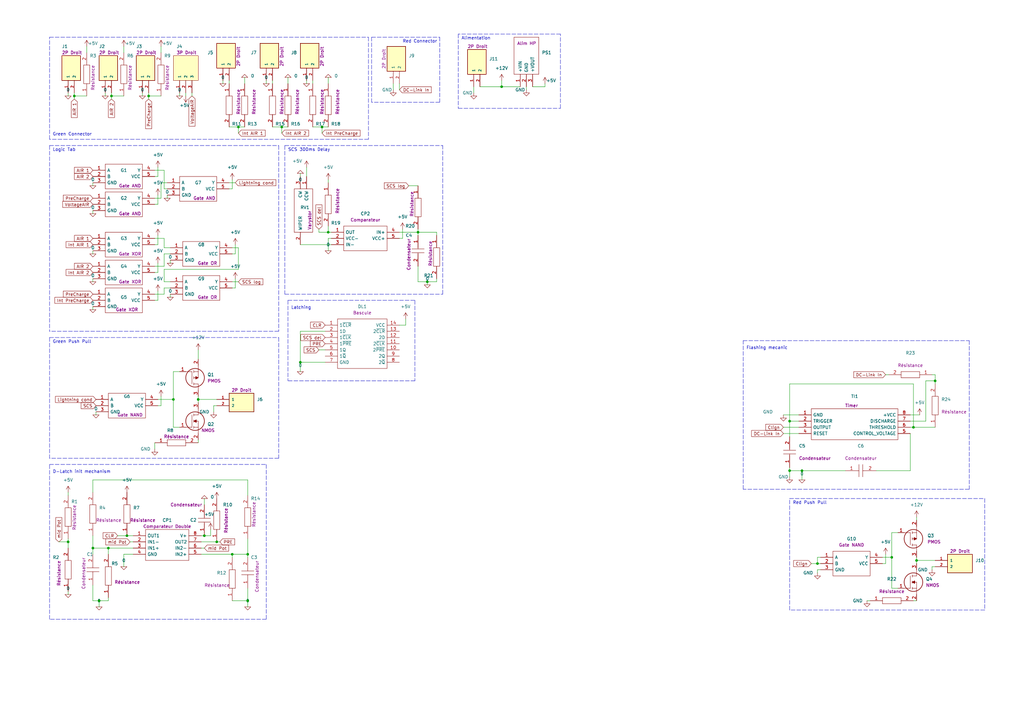
<source format=kicad_sch>
(kicad_sch (version 20211123) (generator eeschema)
  (paper "A3")
  (title_block (title "TSAL") (date "2022-12-04") (rev "V1.0") (company "EPSA"))
  (junction (at 328.93 193.04))
  (junction (at 38.1 224.79))
  (junction (at 115.57 52.07))
  (junction (at 88.9 222.25))
  (junction (at 71.12 163.83))
  (junction (at 175.26 115.57))
  (junction (at 374.65 175.26))
  (junction (at 81.28 163.83))
  (junction (at 134.62 95.25))
  (junction (at 30.48 39.37))
  (junction (at 205.74 35.56))
  (junction (at 60.96 39.37))
  (junction (at 101.6 246.38))
  (junction (at 365.76 228.6))
  (junction (at 95.25 227.33))
  (junction (at 123.19 148.59))
  (junction (at 40.64 246.38))
  (junction (at 101.6 227.33))
  (junction (at 97.79 52.07))
  (junction (at 44.45 224.79))
  (junction (at 83.82 219.71))
  (junction (at 323.85 172.72))
  (junction (at 383.54 156.21))
  (junction (at 375.92 229.87))
  (junction (at 171.45 95.25))
  (junction (at 335.28 231.14))
  (junction (at 27.94 222.25))
  (junction (at 132.08 52.07))
  (junction (at 45.72 39.37))
  (junction (at 52.07 219.71))
  (junction (at 323.85 193.04))
  (wire (pts (xy 63.5 81.28) (xy 66.04 81.28)))
  (wire (pts (xy 179.07 115.57) (xy 175.26 115.57)))
  (wire (pts (xy 38.1 114.3) (xy 38.1 115.57)))
  (wire (pts (xy 100.33 31.75) (xy 100.33 34.29)))
  (wire (pts (xy 323.85 157.48) (xy 323.85 172.72)))
  (wire (pts (xy 111.76 34.29) (xy 111.76 33.02)))
  (wire (pts (xy 332.74 231.14) (xy 335.28 231.14)))
  (wire (pts (xy 53.34 222.25) (xy 54.61 222.25)))
  (wire (pts (xy 95.25 246.38) (xy 101.6 246.38)))
  (wire (pts (xy 90.17 222.25) (xy 88.9 222.25)))
  (wire (pts (xy 323.85 191.77) (xy 323.85 193.04)))
  (wire (pts (xy 382.27 232.41) (xy 382.27 233.68)))
  (wire (pts (xy 91.44 33.02) (xy 91.44 34.29)))
  (wire (pts (xy 44.45 224.79) (xy 44.45 227.33)))
  (wire (pts (xy 67.31 109.22) (xy 67.31 104.14)))
  (wire (pts (xy 78.74 38.1) (xy 78.74 39.37)))
  (wire (pts (xy 101.6 220.98) (xy 101.6 227.33)))
  (wire (pts (xy 135.89 97.79) (xy 134.62 97.79)))
  (wire (pts (xy 66.04 162.56) (xy 66.04 166.37)))
  (wire (pts (xy 97.79 101.6) (xy 97.79 110.49)))
  (wire (pts (xy 171.45 95.25) (xy 171.45 96.52)))
  (wire (pts (xy 76.2 38.1) (xy 76.2 39.37)))
  (wire (pts (xy 95.25 101.6) (xy 97.79 101.6)))
  (wire (pts (xy 81.28 180.34) (xy 81.28 181.61)))
  (wire (pts (xy 323.85 172.72) (xy 323.85 179.07)))
  (polyline (pts (xy 229.87 13.97) (xy 187.96 13.97)))
  (wire (pts (xy 179.07 114.3) (xy 179.07 115.57)))
  (polyline (pts (xy 187.96 44.45) (xy 229.87 44.45)))
  (polyline (pts (xy 20.32 138.43) (xy 114.3 138.43)))
  (wire (pts (xy 67.31 115.57) (xy 69.85 115.57)))
  (polyline (pts (xy 152.4 15.24) (xy 152.4 41.91)))
  (wire (pts (xy 382.27 232.41) (xy 383.54 232.41)))
  (wire (pts (xy 67.31 118.11) (xy 67.31 120.65)))
  (wire (pts (xy 373.38 170.18) (xy 377.19 170.18)))
  (wire (pts (xy 163.83 97.79) (xy 165.1 97.79)))
  (wire (pts (xy 375.92 229.87) (xy 383.54 229.87)))
  (wire (pts (xy 73.66 152.4) (xy 71.12 152.4)))
  (wire (pts (xy 365.76 241.3) (xy 368.3 241.3)))
  (wire (pts (xy 196.85 35.56) (xy 205.74 35.56)))
  (wire (pts (xy 81.28 162.56) (xy 81.28 163.83)))
  (polyline (pts (xy 118.11 123.19) (xy 170.18 123.19)))
  (polyline (pts (xy 20.32 15.24) (xy 151.13 15.24)))
  (wire (pts (xy 82.55 227.33) (xy 95.25 227.33)))
  (polyline (pts (xy 116.84 59.69) (xy 181.61 59.69)))
  (wire (pts (xy 130.81 143.51) (xy 133.35 143.51)))
  (wire (pts (xy 128.27 34.29) (xy 128.27 33.02)))
  (polyline (pts (xy 114.3 138.43) (xy 114.3 187.96)))
  (wire (pts (xy 171.45 93.98) (xy 171.45 95.25)))
  (wire (pts (xy 67.31 101.6) (xy 69.85 101.6)))
  (wire (pts (xy 83.82 204.47) (xy 83.82 207.01)))
  (wire (pts (xy 88.9 222.25) (xy 82.55 222.25)))
  (polyline (pts (xy 180.34 15.24) (xy 180.34 41.91)))
  (wire (pts (xy 35.56 19.05) (xy 35.56 21.59)))
  (wire (pts (xy 93.98 77.47) (xy 95.25 77.47)))
  (wire (pts (xy 132.08 54.61) (xy 132.08 52.07)))
  (polyline (pts (xy 20.32 57.15) (xy 20.32 15.24)))
  (wire (pts (xy 321.31 170.18) (xy 327.66 170.18)))
  (wire (pts (xy 83.82 224.79) (xy 82.55 224.79)))
  (wire (pts (xy 364.49 153.67) (xy 363.22 153.67)))
  (wire (pts (xy 93.98 52.07) (xy 97.79 52.07)))
  (wire (pts (xy 179.07 95.25) (xy 171.45 95.25)))
  (wire (pts (xy 123.19 72.39) (xy 123.19 71.12)))
  (wire (pts (xy 87.63 166.37) (xy 88.9 166.37)))
  (wire (pts (xy 101.6 241.3) (xy 101.6 246.38)))
  (wire (pts (xy 373.38 175.26) (xy 374.65 175.26)))
  (wire (pts (xy 50.8 19.05) (xy 50.8 21.59)))
  (wire (pts (xy 356.87 246.38) (xy 355.6 246.38)))
  (wire (pts (xy 132.08 52.07) (xy 134.62 52.07)))
  (wire (pts (xy 194.31 35.56) (xy 194.31 38.1)))
  (wire (pts (xy 40.64 246.38) (xy 44.45 246.38)))
  (wire (pts (xy 97.79 110.49) (xy 67.31 110.49)))
  (polyline (pts (xy 229.87 44.45) (xy 229.87 13.97)))
  (polyline (pts (xy 152.4 15.24) (xy 180.34 15.24)))
  (wire (pts (xy 205.74 33.02) (xy 205.74 35.56)))
  (wire (pts (xy 215.9 35.56) (xy 215.9 36.83)))
  (wire (pts (xy 323.85 172.72) (xy 327.66 172.72)))
  (wire (pts (xy 30.48 40.64) (xy 30.48 39.37)))
  (wire (pts (xy 67.31 104.14) (xy 69.85 104.14)))
  (wire (pts (xy 40.64 246.38) (xy 40.64 248.92)))
  (wire (pts (xy 95.25 227.33) (xy 101.6 227.33)))
  (wire (pts (xy 63.5 181.61) (xy 63.5 184.15)))
  (wire (pts (xy 175.26 115.57) (xy 171.45 115.57)))
  (wire (pts (xy 374.65 175.26) (xy 383.54 175.26)))
  (polyline (pts (xy 304.8 200.66) (xy 304.8 139.7)))
  (wire (pts (xy 134.62 92.71) (xy 134.62 95.25)))
  (wire (pts (xy 81.28 143.51) (xy 81.28 147.32)))
  (wire (pts (xy 373.38 193.04) (xy 359.41 193.04)))
  (wire (pts (xy 125.73 33.02) (xy 125.73 34.29)))
  (wire (pts (xy 27.94 38.1) (xy 27.94 39.37)))
  (wire (pts (xy 73.66 38.1) (xy 73.66 39.37)))
  (wire (pts (xy 205.74 35.56) (xy 213.36 35.56)))
  (wire (pts (xy 123.19 148.59) (xy 123.19 152.4)))
  (polyline (pts (xy 114.3 135.89) (xy 20.32 135.89)))
  (polyline (pts (xy 397.51 200.66) (xy 304.8 200.66)))
  (wire (pts (xy 82.55 219.71) (xy 83.82 219.71)))
  (wire (pts (xy 368.3 218.44) (xy 365.76 218.44)))
  (wire (pts (xy 66.04 74.93) (xy 68.58 74.93)))
  (wire (pts (xy 175.26 115.57) (xy 175.26 116.84)))
  (wire (pts (xy 375.92 229.87) (xy 375.92 231.14)))
  (wire (pts (xy 43.18 38.1) (xy 43.18 39.37)))
  (polyline (pts (xy 187.96 13.97) (xy 187.96 44.45)))
  (wire (pts (xy 27.94 201.93) (xy 27.94 203.2)))
  (wire (pts (xy 64.77 80.01) (xy 64.77 83.82)))
  (polyline (pts (xy 403.86 204.47) (xy 403.86 250.19)))
  (polyline (pts (xy 397.51 139.7) (xy 397.51 200.66)))
  (wire (pts (xy 66.04 74.93) (xy 66.04 81.28)))
  (wire (pts (xy 63.5 97.79) (xy 67.31 97.79)))
  (wire (pts (xy 63.5 100.33) (xy 64.77 100.33)))
  (wire (pts (xy 27.94 220.98) (xy 27.94 222.25)))
  (wire (pts (xy 60.96 39.37) (xy 66.04 39.37)))
  (wire (pts (xy 64.77 166.37) (xy 66.04 166.37)))
  (wire (pts (xy 128.27 52.07) (xy 132.08 52.07)))
  (wire (pts (xy 64.77 119.38) (xy 64.77 123.19)))
  (wire (pts (xy 38.1 86.36) (xy 38.1 87.63)))
  (wire (pts (xy 48.26 219.71) (xy 52.07 219.71)))
  (wire (pts (xy 375.92 212.09) (xy 375.92 213.36)))
  (polyline (pts (xy 170.18 123.19) (xy 170.18 156.21)))
  (wire (pts (xy 361.95 228.6) (xy 365.76 228.6)))
  (wire (pts (xy 69.85 120.65) (xy 69.85 121.92)))
  (wire (pts (xy 109.22 33.02) (xy 109.22 34.29)))
  (wire (pts (xy 383.54 153.67) (xy 383.54 156.21)))
  (wire (pts (xy 96.52 100.33) (xy 96.52 104.14)))
  (wire (pts (xy 63.5 83.82) (xy 64.77 83.82)))
  (polyline (pts (xy 20.32 190.5) (xy 109.22 190.5)))
  (wire (pts (xy 375.92 246.38) (xy 374.65 246.38)))
  (wire (pts (xy 63.5 120.65) (xy 67.31 120.65)))
  (wire (pts (xy 38.1 196.85) (xy 101.6 196.85)))
  (wire (pts (xy 60.96 39.37) (xy 60.96 38.1)))
  (wire (pts (xy 95.25 227.33) (xy 95.25 228.6)))
  (wire (pts (xy 163.83 34.29) (xy 163.83 36.83)))
  (wire (pts (xy 38.1 246.38) (xy 40.64 246.38)))
  (wire (pts (xy 71.12 163.83) (xy 71.12 175.26)))
  (wire (pts (xy 67.31 69.85) (xy 67.31 77.47)))
  (wire (pts (xy 373.38 177.8) (xy 373.38 193.04)))
  (polyline (pts (xy 109.22 254) (xy 20.32 254)))
  (wire (pts (xy 95.25 118.11) (xy 96.52 118.11)))
  (polyline (pts (xy 20.32 138.43) (xy 20.32 187.96)))
  (wire (pts (xy 95.25 115.57) (xy 97.79 115.57)))
  (wire (pts (xy 365.76 218.44) (xy 365.76 228.6)))
  (wire (pts (xy 81.28 163.83) (xy 88.9 163.83)))
  (polyline (pts (xy 116.84 59.69) (xy 116.84 120.65)))
  (wire (pts (xy 336.55 233.68) (xy 335.28 233.68)))
  (wire (pts (xy 67.31 97.79) (xy 67.31 101.6)))
  (polyline (pts (xy 20.32 254) (xy 20.32 190.5)))
  (wire (pts (xy 64.77 96.52) (xy 64.77 100.33)))
  (wire (pts (xy 171.45 109.22) (xy 171.45 115.57)))
  (wire (pts (xy 97.79 54.61) (xy 97.79 52.07)))
  (wire (pts (xy 383.54 153.67) (xy 382.27 153.67)))
  (polyline (pts (xy 304.8 139.7) (xy 397.51 139.7)))
  (wire (pts (xy 115.57 54.61) (xy 115.57 52.07)))
  (wire (pts (xy 165.1 93.98) (xy 165.1 97.79)))
  (wire (pts (xy 63.5 111.76) (xy 64.77 111.76)))
  (polyline (pts (xy 116.84 120.65) (xy 181.61 120.65)))
  (wire (pts (xy 111.76 52.07) (xy 115.57 52.07)))
  (wire (pts (xy 379.73 156.21) (xy 379.73 172.72)))
  (wire (pts (xy 38.1 125.73) (xy 38.1 127)))
  (wire (pts (xy 161.29 34.29) (xy 161.29 36.83)))
  (wire (pts (xy 130.81 95.25) (xy 130.81 93.98)))
  (wire (pts (xy 38.1 102.87) (xy 38.1 104.14)))
  (wire (pts (xy 68.58 80.01) (xy 68.58 81.28)))
  (polyline (pts (xy 118.11 123.19) (xy 118.11 156.21)))
  (wire (pts (xy 323.85 193.04) (xy 328.93 193.04)))
  (polyline (pts (xy 114.3 187.96) (xy 20.32 187.96)))
  (polyline (pts (xy 151.13 15.24) (xy 151.13 57.15)))
  (wire (pts (xy 374.65 175.26) (xy 374.65 157.48)))
  (wire (pts (xy 373.38 172.72) (xy 379.73 172.72)))
  (wire (pts (xy 123.19 148.59) (xy 133.35 148.59)))
  (wire (pts (xy 69.85 118.11) (xy 67.31 118.11)))
  (polyline (pts (xy 109.22 190.5) (xy 109.22 254)))
  (wire (pts (xy 64.77 68.58) (xy 64.77 72.39)))
  (wire (pts (xy 101.6 196.85) (xy 101.6 203.2)))
  (polyline (pts (xy 180.34 41.91) (xy 152.4 41.91)))
  (wire (pts (xy 45.72 39.37) (xy 50.8 39.37)))
  (wire (pts (xy 125.73 68.58) (xy 125.73 72.39)))
  (wire (pts (xy 83.82 219.71) (xy 86.36 219.71)))
  (wire (pts (xy 50.8 227.33) (xy 54.61 227.33)))
  (wire (pts (xy 101.6 246.38) (xy 101.6 248.92)))
  (wire (pts (xy 86.36 219.71) (xy 86.36 217.17)))
  (wire (pts (xy 67.31 77.47) (xy 68.58 77.47)))
  (wire (pts (xy 163.83 95.25) (xy 171.45 95.25)))
  (wire (pts (xy 321.31 177.8) (xy 327.66 177.8)))
  (wire (pts (xy 45.72 39.37) (xy 45.72 38.1)))
  (polyline (pts (xy 114.3 59.69) (xy 114.3 135.89)))
  (wire (pts (xy 336.55 228.6) (xy 335.28 228.6)))
  (wire (pts (xy 323.85 193.04) (xy 323.85 195.58)))
  (wire (pts (xy 63.5 109.22) (xy 67.31 109.22)))
  (wire (pts (xy 361.95 231.14) (xy 363.22 231.14)))
  (wire (pts (xy 335.28 228.6) (xy 335.28 231.14)))
  (wire (pts (xy 38.1 219.71) (xy 38.1 224.79)))
  (wire (pts (xy 95.25 73.66) (xy 95.25 77.47)))
  (wire (pts (xy 134.62 31.75) (xy 134.62 34.29)))
  (wire (pts (xy 60.96 40.64) (xy 60.96 39.37)))
  (wire (pts (xy 321.31 175.26) (xy 327.66 175.26)))
  (wire (pts (xy 95.25 104.14) (xy 96.52 104.14)))
  (polyline (pts (xy 170.18 156.21) (xy 118.11 156.21)))
  (wire (pts (xy 96.52 114.3) (xy 96.52 118.11)))
  (wire (pts (xy 38.1 196.85) (xy 38.1 201.93)))
  (wire (pts (xy 223.52 34.29) (xy 223.52 35.56)))
  (wire (pts (xy 375.92 228.6) (xy 375.92 229.87)))
  (wire (pts (xy 123.19 100.33) (xy 135.89 100.33)))
  (wire (pts (xy 134.62 95.25) (xy 135.89 95.25)))
  (wire (pts (xy 134.62 97.79) (xy 134.62 102.87)))
  (wire (pts (xy 52.07 219.71) (xy 54.61 219.71)))
  (polyline (pts (xy 20.32 59.69) (xy 114.3 59.69)))
  (wire (pts (xy 123.19 135.89) (xy 123.19 148.59)))
  (wire (pts (xy 38.1 224.79) (xy 44.45 224.79)))
  (wire (pts (xy 118.11 31.75) (xy 118.11 34.29)))
  (wire (pts (xy 383.54 156.21) (xy 379.73 156.21)))
  (wire (pts (xy 38.1 74.93) (xy 38.1 76.2)))
  (wire (pts (xy 50.8 232.41) (xy 50.8 227.33)))
  (wire (pts (xy 335.28 231.14) (xy 336.55 231.14)))
  (wire (pts (xy 58.42 38.1) (xy 58.42 39.37)))
  (wire (pts (xy 27.94 222.25) (xy 24.13 222.25)))
  (wire (pts (xy 218.44 35.56) (xy 223.52 35.56)))
  (wire (pts (xy 44.45 224.79) (xy 54.61 224.79)))
  (wire (pts (xy 27.94 222.25) (xy 27.94 224.79)))
  (wire (pts (xy 44.45 245.11) (xy 44.45 246.38)))
  (wire (pts (xy 64.77 163.83) (xy 71.12 163.83)))
  (wire (pts (xy 163.83 133.35) (xy 166.37 133.35)))
  (wire (pts (xy 383.54 156.21) (xy 383.54 157.48)))
  (wire (pts (xy 115.57 52.07) (xy 118.11 52.07)))
  (wire (pts (xy 134.62 73.66) (xy 134.62 74.93)))
  (wire (pts (xy 93.98 74.93) (xy 96.52 74.93)))
  (wire (pts (xy 363.22 227.33) (xy 363.22 231.14)))
  (wire (pts (xy 64.77 107.95) (xy 64.77 111.76)))
  (wire (pts (xy 365.76 228.6) (xy 365.76 241.3)))
  (wire (pts (xy 335.28 233.68) (xy 335.28 234.95)))
  (wire (pts (xy 328.93 193.04) (xy 346.71 193.04)))
  (wire (pts (xy 97.79 52.07) (xy 100.33 52.07)))
  (polyline (pts (xy 403.86 250.19) (xy 323.85 250.19)))
  (wire (pts (xy 66.04 19.05) (xy 66.04 21.59)))
  (wire (pts (xy 63.5 123.19) (xy 64.77 123.19)))
  (wire (pts (xy 71.12 152.4) (xy 71.12 163.83)))
  (wire (pts (xy 81.28 163.83) (xy 81.28 165.1)))
  (polyline (pts (xy 323.85 204.47) (xy 403.86 204.47)))
  (polyline (pts (xy 323.85 250.19) (xy 323.85 204.47)))
  (wire (pts (xy 38.1 240.03) (xy 38.1 246.38)))
  (wire (pts (xy 63.5 69.85) (xy 67.31 69.85)))
  (wire (pts (xy 63.5 72.39) (xy 64.77 72.39)))
  (wire (pts (xy 30.48 39.37) (xy 30.48 38.1)))
  (wire (pts (xy 323.85 157.48) (xy 374.65 157.48)))
  (polyline (pts (xy 181.61 120.65) (xy 181.61 59.69)))
  (polyline (pts (xy 20.32 59.69) (xy 20.32 135.89)))
  (wire (pts (xy 179.07 96.52) (xy 179.07 95.25)))
  (wire (pts (xy 38.1 224.79) (xy 38.1 227.33)))
  (wire (pts (xy 69.85 106.68) (xy 69.85 107.95)))
  (wire (pts (xy 71.12 175.26) (xy 73.66 175.26)))
  (wire (pts (xy 30.48 39.37) (xy 35.56 39.37)))
  (wire (pts (xy 27.94 242.57) (xy 27.94 243.84)))
  (wire (pts (xy 328.93 193.04) (xy 328.93 196.85)))
  (wire (pts (xy 133.35 135.89) (xy 123.19 135.89)))
  (wire (pts (xy 39.37 168.91) (xy 39.37 170.18)))
  (wire (pts (xy 101.6 227.33) (xy 101.6 228.6)))
  (wire (pts (xy 93.98 34.29) (xy 93.98 33.02)))
  (wire (pts (xy 130.81 95.25) (xy 134.62 95.25)))
  (wire (pts (xy 45.72 40.64) (xy 45.72 39.37)))
  (wire (pts (xy 167.64 76.2) (xy 171.45 76.2)))
  (polyline (pts (xy 151.13 57.15) (xy 20.32 57.15)))
  (wire (pts (xy 166.37 130.81) (xy 166.37 133.35)))
  (wire (pts (xy 67.31 110.49) (xy 67.31 115.57)))
  (wire (pts (xy 87.63 166.37) (xy 87.63 168.91)))
  (text "Green Push Pull\n" (at 21.59 140.97 0) (effects (font (size 1.27 1.27)) (justify left bottom)))
  (text "Red Connector\n" (at 165.1 17.78 0) (effects (font (size 1.27 1.27)) (justify left bottom)))
  (text "Flashing mecanic\n" (at 306.07 143.51 0) (effects (font (size 1.27 1.27)) (justify left bottom)))
  (text "Green Connector" (at 21.59 55.88 0) (effects (font (size 1.27 1.27)) (justify left bottom)))
  (text "Latching" (at 119.38 127 0) (effects (font (size 1.27 1.27)) (justify left bottom)))
  (text "Alimentation\n" (at 189.23 16.51 0) (effects (font (size 1.27 1.27)) (justify left bottom)))
  (text "Red Push Pull\n" (at 325.12 207.01 0) (effects (font (size 1.27 1.27)) (justify left bottom)))
  (text "Logic Tab" (at 21.59 62.23 0) (effects (font (size 1.27 1.27)) (justify left bottom)))
  (text "SCS 300ms Delay\n" (at 118.11 62.23 0) (effects (font (size 1.27 1.27)) (justify left bottom)))
  (text "D-Latch init mechanism" (at 21.59 194.31 0) (effects (font (size 1.27 1.27)) (justify left bottom)))
  (global_label "mid Pot" (shape input) (at 24.13 222.25 90) (property "Intersheet References" "${INTERSHEET_REFS}" (effects hide)))
  (global_label "SCS del" (shape input) (at 130.81 93.98 90) (property "Intersheet References" "${INTERSHEET_REFS}" (effects hide)))
  (global_label "mid Pot" (shape input) (at 53.34 222.25 180) (property "Intersheet References" "${INTERSHEET_REFS}" (effects hide)))
  (global_label "VoltageAIR" (shape input) (at 38.1 83.82 180) (property "Intersheet References" "${INTERSHEET_REFS}" (effects hide)))
  (global_label "AIR 1" (shape input) (at 38.1 69.85 180) (property "Intersheet References" "${INTERSHEET_REFS}" (effects hide)))
  (global_label "Clign" (shape input) (at 321.31 175.26 180) (property "Intersheet References" "${INTERSHEET_REFS}" (effects hide)))
  (global_label "Int AIR 1" (shape input) (at 97.79 54.61 0) (property "Intersheet References" "${INTERSHEET_REFS}" (effects hide)))
  (global_label "CLR" (shape input) (at 133.35 133.35 180) (property "Intersheet References" "${INTERSHEET_REFS}" (effects hide)))
  (global_label "SCS" (shape input) (at 130.81 143.51 180) (property "Intersheet References" "${INTERSHEET_REFS}" (effects hide)))
  (global_label "Int PreCharge" (shape input) (at 38.1 123.19 180) (property "Intersheet References" "${INTERSHEET_REFS}" (effects hide)))
  (global_label "mid Pot" (shape input) (at 83.82 224.79 0) (property "Intersheet References" "${INTERSHEET_REFS}" (effects hide)))
  (global_label "Lightning cond" (shape input) (at 96.52 74.93 0) (property "Intersheet References" "${INTERSHEET_REFS}" (effects hide)))
  (global_label "DC-Link In" (shape input) (at 321.31 177.8 180) (property "Intersheet References" "${INTERSHEET_REFS}" (effects hide)))
  (global_label "SCS" (shape input) (at 39.37 166.37 180) (property "Intersheet References" "${INTERSHEET_REFS}" (effects hide)))
  (global_label "AIR 1" (shape input) (at 38.1 97.79 180) (property "Intersheet References" "${INTERSHEET_REFS}" (effects hide)))
  (global_label "Clign" (shape input) (at 332.74 231.14 180) (property "Intersheet References" "${INTERSHEET_REFS}" (effects hide)))
  (global_label "DC-Link In" (shape input) (at 363.22 153.67 180) (property "Intersheet References" "${INTERSHEET_REFS}" (effects hide)))
  (global_label "AIR 2" (shape input) (at 38.1 109.22 180) (property "Intersheet References" "${INTERSHEET_REFS}" (effects hide)))
  (global_label "Int PreCharge" (shape input) (at 132.08 54.61 0) (property "Intersheet References" "${INTERSHEET_REFS}" (effects hide)))
  (global_label "AIR 1" (shape input) (at 30.48 40.64 270) (property "Intersheet References" "${INTERSHEET_REFS}" (effects hide)))
  (global_label "PreCharge" (shape input) (at 38.1 81.28 180) (property "Intersheet References" "${INTERSHEET_REFS}" (effects hide)))
  (global_label "PreCharge" (shape input) (at 60.96 40.64 270) (property "Intersheet References" "${INTERSHEET_REFS}" (effects hide)))
  (global_label "SCS log" (shape input) (at 167.64 76.2 180) (property "Intersheet References" "${INTERSHEET_REFS}" (effects hide)))
  (global_label "Int AIR 2" (shape input) (at 115.57 54.61 0) (property "Intersheet References" "${INTERSHEET_REFS}" (effects hide)))
  (global_label "CLR" (shape input) (at 48.26 219.71 180) (property "Intersheet References" "${INTERSHEET_REFS}" (effects hide)))
  (global_label "Int AIR 1" (shape input) (at 38.1 100.33 180) (property "Intersheet References" "${INTERSHEET_REFS}" (effects hide)))
  (global_label "PreCharge" (shape input) (at 38.1 120.65 180) (property "Intersheet References" "${INTERSHEET_REFS}" (effects hide)))
  (global_label "AIR 2" (shape input) (at 45.72 40.64 270) (property "Intersheet References" "${INTERSHEET_REFS}" (effects hide)))
  (global_label "Lightning cond" (shape input) (at 39.37 163.83 180) (property "Intersheet References" "${INTERSHEET_REFS}" (effects hide)))
  (global_label "PRE" (shape input) (at 133.35 140.97 180) (property "Intersheet References" "${INTERSHEET_REFS}" (effects hide)))
  (global_label "Int AIR 2" (shape input) (at 38.1 111.76 180) (property "Intersheet References" "${INTERSHEET_REFS}" (effects hide)))
  (global_label "SCS log" (shape input) (at 97.79 115.57 0) (property "Intersheet References" "${INTERSHEET_REFS}" (effects hide)))
  (global_label "DC-Link In" (shape input) (at 163.83 36.83 0) (property "Intersheet References" "${INTERSHEET_REFS}" (effects hide)))
  (global_label "AIR 2" (shape input) (at 38.1 72.39 180) (property "Intersheet References" "${INTERSHEET_REFS}" (effects hide)))
  (global_label "SCS del" (shape input) (at 133.35 138.43 180) (property "Intersheet References" "${INTERSHEET_REFS}" (effects hide)))
  (global_label "VoltageAIR" (shape input) (at 78.74 39.37 270) (property "Intersheet References" "${INTERSHEET_REFS}" (effects hide)))
  (global_label "PRE" (shape input) (at 90.17 222.25 0) (property "Intersheet References" "${INTERSHEET_REFS}" (effects hide)))
  (symbol (lib_id "EPSA_lib:PMOS SI2343CDS-T1-GE3") (at 84.455 154.305 90) (mirror x) (unit 1)
    (property "Reference" "Q1" (at 85.09 153.67 90) (effects (justify right)))
    (property "Value" "PMOS SI2343CDS-T1-GE3" (effects hide))
    (property "Footprint" "EPSA_lib:SOT95P237X112-3N" (effects hide))
    (property "Datasheet" "https://datasheet.datasheetarchive.com/originals/distributors/Datasheets-DGA23/1582493.pdf" (effects hide))
    (property "Description" "Trans MOSFET P-CH 30V 4.2A 3-Pin Vishay SI2343CDS-T1-GE3 P-channel MOSFET Transistor, 4.7 A, -30 V, 3-Pin TO-236" (effects hide))
    (property "Height" "1.12" (effects hide))
    (property "Manufacturer_Name" "Vishay" (effects hide))
    (property "Manufacturer_Part_Number" "SI2343CDS-T1-GE3" (effects hide))
    (property "Mouser Part Number" "781-SI2343CDS-T1-GE3" (effects hide))
    (property "Mouser Price/Stock" "https://www.mouser.co.uk/ProductDetail/Vishay-Semiconductors/SI2343CDS-T1-GE3?qs=WX95TUc1y56rXCTRPp%252BkZQ%3D%3D" (effects hide))
    (property "Arrow Part Number" "SI2343CDS-T1-GE3" (effects hide))
    (property "Arrow Price/Stock" "https://www.arrow.com/en/products/si2343cds-t1-ge3/vishay" (effects hide))
    (property "Spice_Primitive" "X" (effects hide))
    (property "Spice_Model" "Si2343CDS" (effects hide))
    (property "Spice_Netlist_Enabled" "Y" (effects hide))
    (property "Spice_Node_Sequence" "3,1,2" (effects hide))
    (property "Spice_Lib_File" "${EPSA}\\SpiceModel\\PMOS_si2343cds_ps Rev B.lib" (effects hide))
    (property "Render Name" "PMOS" (at 85.09 156.21 90) (effects (justify right)))
  )
  (symbol (lib_id "power:+5V") (at 95.25 73.66 0) (unit 1)
    (property "Reference" "#PWR018" (effects hide))
    (property "Value" "+5V" (at 95.25 68.58 0))
  )
  (symbol (lib_id "power:+5V") (at 76.2 39.37 180) (unit 1)
    (property "Reference" "#PWR013" (effects hide))
    (property "Value" "+5V" (at 73.66 43.18 0) (effects (justify right)))
  )
  (symbol (lib_id "power:+5V") (at 64.77 107.95 0) (unit 1)
    (property "Reference" "#PWR09" (effects hide))
    (property "Value" "+5V" (at 64.77 102.87 0))
  )
  (symbol (lib_id "power:GND") (at 161.29 36.83 0) (unit 1)
    (property "Reference" "#PWR023" (effects hide))
    (property "Value" "GND" (at 158.75 36.83 0))
  )
  (symbol (lib_id "power:+5V") (at 166.37 130.81 0) (unit 1)
    (property "Reference" "#PWR025" (effects hide))
    (property "Value" "+5V" (at 166.37 125.73 0))
  )
  (symbol (lib_id "power:+5V") (at 64.77 80.01 0) (unit 1)
    (property "Reference" "#PWR07" (effects hide))
    (property "Value" "+5V" (at 64.77 74.93 0))
  )
  (symbol (lib_id "EPSA_lib:2P Droit 2-11-2022") (at 99.06 163.83 0) (unit 1)
    (property "Reference" "J6" (at 105.41 163.8299 0) (effects (justify left)))
    (property "Value" "2P Droit 2-11-2022" (effects hide))
    (property "Footprint" "EPSA_lib:MOLEX_22-11-2022" (effects hide))
    (property "MAXIMUM_PACKAGE_HEIGHT" "10.66mm" (effects hide))
    (property "PARTREV" "BD8" (effects hide))
    (property "STANDARD" "Manufacturer Recommendations" (effects hide))
    (property "MANUFACTURER" "Molex" (effects hide))
    (property "Spice_Primitive" "J" (effects hide))
    (property "Spice_Model" "22-11-2022" (effects hide))
    (property "Spice_Netlist_Enabled" "N" (effects hide))
    (property "Render Name" "2P Droit" (at 99.06 160.02 0))
  )
  (symbol (lib_id "power:+12V") (at 205.74 33.02 0) (unit 1)
    (property "Reference" "#PWR035" (effects hide))
    (property "Value" "+12V" (at 205.74 27.94 0))
  )
  (symbol (lib_id "pspice:0") (at 69.85 121.92 0) (unit 1)
    (property "Reference" "#GND015" (effects hide))
    (property "Value" "0" (at 69.85 119.38 0))
  )
  (symbol (lib_id "pspice:0") (at 134.62 31.75 180) (unit 1)
    (property "Reference" "#GND026" (effects hide))
    (property "Value" "0" (at 137.16 31.1149 0) (effects (justify right)))
  )
  (symbol (lib_id "power:GND") (at 215.9 36.83 0) (unit 1)
    (property "Reference" "#PWR036" (effects hide))
    (property "Value" "GND" (at 213.36 36.83 0))
  )
  (symbol (lib_id "EPSA_lib:2P Droit 2-11-2022") (at 393.7 229.87 0) (unit 1)
    (property "Reference" "J10" (at 400.05 229.8699 0) (effects (justify left)))
    (property "Value" "2P Droit 2-11-2022" (effects hide))
    (property "Footprint" "EPSA_lib:MOLEX_22-11-2022" (effects hide))
    (property "MAXIMUM_PACKAGE_HEIGHT" "10.66mm" (effects hide))
    (property "PARTREV" "BD8" (effects hide))
    (property "STANDARD" "Manufacturer Recommendations" (effects hide))
    (property "MANUFACTURER" "Molex" (effects hide))
    (property "Spice_Primitive" "J" (effects hide))
    (property "Spice_Model" "22-11-2022" (effects hide))
    (property "Spice_Netlist_Enabled" "N" (effects hide))
    (property "Render Name" "2P Droit" (at 393.7 226.06 0))
  )
  (symbol (lib_id "EPSA_lib:Gate XOR SN74AHCT1G86DBVR") (at 38.1 120.65 0) (unit 1)
    (property "Reference" "G5" (at 50.8 121.92 0))
    (property "Value" "Gate XOR SN74AHCT1G86DBVR" (effects hide))
    (property "Footprint" "EPSA_lib:SOT95P280X145-5N" (effects hide))
    (property "Datasheet" "http://www.ti.com/lit/gpn/sn74ahct1g86" (effects hide))
    (property "Description" "TEXAS INSTRUMENTS - SN74AHCT1G86DBVR - IC, SINGLE XOR GATE, 2I/P, SOT-23-5,REEL" (effects hide))
    (property "Height" "1.45" (effects hide))
    (property "Manufacturer_Name" "Texas Instruments" (effects hide))
    (property "Manufacturer_Part_Number" "SN74AHCT1G86DBVR" (effects hide))
    (property "Mouser Part Number" "595-SN74AHCT1G86DBVR" (effects hide))
    (property "Mouser Price/Stock" "https://www.mouser.co.uk/ProductDetail/Texas-Instruments/SN74AHCT1G86DBVR?qs=mTHRaKC2c7PDlak%2Fu%252BIXNw%3D%3D" (effects hide))
    (property "Arrow Part Number" "SN74AHCT1G86DBVR" (effects hide))
    (property "Arrow Price/Stock" "https://www.arrow.com/en/products/sn74ahct1g86dbvr/texas-instruments" (effects hide))
    (property "Spice_Primitive" "X" (effects hide))
    (property "Spice_Model" "SN74AHCT1G86" (effects hide))
    (property "Spice_Netlist_Enabled" "Y" (effects hide))
    (property "Spice_Node_Sequence" "4,1,2,5,3" (effects hide))
    (property "Spice_Lib_File" "${EPSA}\\SpiceModel\\XOR_SN74AHCT1G86.lib" (effects hide))
    (property "Render Name" "Gate XOR" (at 52.07 127 0))
  )
  (symbol (lib_id "EPSA_lib:Résistance RK73H2BLTDD2152F") (at 356.87 246.38 0) (unit 1)
    (property "Reference" "R22" (at 365.76 237.49 0))
    (property "Value" "Résistance RK73H2BLTDD2152F" (effects hide))
    (property "Footprint" "EPSA_lib:RESC3216X70N" (effects hide))
    (property "Datasheet" "http://www.koaspeer.com/catimages/Products/RK73H/RK73H.pdf" (effects hide))
    (property "Description" "Thick Film Resistors - SMD" (effects hide))
    (property "Height" "0.7" (effects hide))
    (property "Manufacturer_Name" "KOA Speer" (effects hide))
    (property "Manufacturer_Part_Number" "RK73H2BLTDD2152F" (effects hide))
    (property "Mouser Part Number" "N/A" (effects hide))
    (property "Mouser Price/Stock" "https://www.mouser.co.uk/ProductDetail/KOA-Speer/RK73H2BLTDD2152F?qs=WeIALVmW3zmyxMFsjVzMRw%3D%3D" (effects hide))
    (property "Spice_Primitive" "R" (effects hide))
    (property "Spice_Model" "1k" (at 365.76 240.03 0))
    (property "Spice_Netlist_Enabled" "Y" (effects hide))
    (property "Render Name" "Résistance" (at 365.76 242.57 0))
  )
  (symbol (lib_id "pspice:0") (at 43.18 39.37 0) (unit 1)
    (property "Reference" "#GND010" (effects hide))
    (property "Value" "0" (at 43.18 36.83 0))
  )
  (symbol (lib_id "EPSA_lib:Condensateur 0805Y1000104JXT") (at 171.45 96.52 270) (unit 1)
    (property "Reference" "C4" (at 166.37 96.52 90) (effects (justify left)))
    (property "Value" "Condensateur 0805Y1000104JXT" (effects hide))
    (property "Footprint" "EPSA_lib:CAPC2012X130N" (effects hide))
    (property "Datasheet" "http://docs-europe.electrocomponents.com/webdocs/119d/0900766b8119d7bc.pdf" (effects hide))
    (property "Description" "Syfer 0805 Ceramic Chip Capacitors" (effects hide))
    (property "Height" "1.3" (effects hide))
    (property "Manufacturer_Name" "Syfer" (effects hide))
    (property "Manufacturer_Part_Number" "0805Y1000104JXT" (effects hide))
    (property "Arrow Part Number" "0805Y1000104JXT" (effects hide))
    (property "Arrow Price/Stock" "https://www.arrow.com/en/products/0805y1000104jxt/syfer-technology?region=europe" (effects hide))
    (property "Spice_Primitive" "C" (effects hide))
    (property "Spice_Model" "2.2u" (at 166.37 111.76 90) (effects (justify left)))
    (property "Spice_Netlist_Enabled" "Y" (effects hide))
    (property "Render Name" "Condensateur" (at 167.64 97.79 0) (effects (justify left)))
  )
  (symbol (lib_id "power:GND") (at 63.5 184.15 0) (unit 1)
    (property "Reference" "#PWR05" (effects hide))
    (property "Value" "GND" (at 59.69 184.15 0))
  )
  (symbol (lib_id "EPSA_lib:Gate XOR SN74AHCT1G86DBVR") (at 38.1 97.79 0) (unit 1)
    (property "Reference" "G3" (at 50.8 97.79 0))
    (property "Value" "Gate XOR SN74AHCT1G86DBVR" (effects hide))
    (property "Footprint" "EPSA_lib:SOT95P280X145-5N" (effects hide))
    (property "Datasheet" "http://www.ti.com/lit/gpn/sn74ahct1g86" (effects hide))
    (property "Description" "TEXAS INSTRUMENTS - SN74AHCT1G86DBVR - IC, SINGLE XOR GATE, 2I/P, SOT-23-5,REEL" (effects hide))
    (property "Height" "1.45" (effects hide))
    (property "Manufacturer_Name" "Texas Instruments" (effects hide))
    (property "Manufacturer_Part_Number" "SN74AHCT1G86DBVR" (effects hide))
    (property "Mouser Part Number" "595-SN74AHCT1G86DBVR" (effects hide))
    (property "Mouser Price/Stock" "https://www.mouser.co.uk/ProductDetail/Texas-Instruments/SN74AHCT1G86DBVR?qs=mTHRaKC2c7PDlak%2Fu%252BIXNw%3D%3D" (effects hide))
    (property "Arrow Part Number" "SN74AHCT1G86DBVR" (effects hide))
    (property "Arrow Price/Stock" "https://www.arrow.com/en/products/sn74ahct1g86dbvr/texas-instruments" (effects hide))
    (property "Spice_Primitive" "X" (effects hide))
    (property "Spice_Model" "SN74AHCT1G86" (effects hide))
    (property "Spice_Netlist_Enabled" "Y" (effects hide))
    (property "Spice_Node_Sequence" "4,1,2,5,3" (effects hide))
    (property "Spice_Lib_File" "${EPSA}\\SpiceModel\\XOR_SN74AHCT1G86.lib" (effects hide))
    (property "Render Name" "Gate XOR" (at 53.34 104.14 0))
  )
  (symbol (lib_id "power:GND") (at 335.28 234.95 0) (unit 1)
    (property "Reference" "#PWR028" (effects hide))
    (property "Value" "GND" (at 331.47 234.95 0))
  )
  (symbol (lib_id "pspice:0") (at 134.62 102.87 0) (unit 1)
    (property "Reference" "#GND027" (effects hide))
    (property "Value" "0" (at 134.62 100.33 0))
  )
  (symbol (lib_id "EPSA_lib:3P Droit 22-11-2032") (at 76.2 27.94 90) (unit 1)
    (property "Reference" "J4" (at 72.39 19.05 90) (effects (justify right)))
    (property "Value" "3P Droit 22-11-2032" (effects hide))
    (property "Footprint" "EPSA_lib:MOLEX_22-11-2032" (effects hide))
    (property "STANDARD" "Manufacturer recommendations" (effects hide))
    (property "PARTREV" "BD8" (effects hide))
    (property "MAXIMUM_PACKAGE_HEIGHT" "10.66mm" (effects hide))
    (property "MANUFACTURER" "Molex" (effects hide))
    (property "Spice_Primitive" "J" (effects hide))
    (property "Spice_Model" "22-11-2032" (effects hide))
    (property "Spice_Netlist_Enabled" "N" (effects hide))
    (property "Render Name" "3P Droit" (at 72.39 21.59 90) (effects (justify right)))
  )
  (symbol (lib_id "EPSA_lib:Résistance RK73H2BLTDD2152F") (at 52.07 219.71 90) (unit 1)
    (property "Reference" "R7" (at 54.61 208.2799 90) (effects (justify right)))
    (property "Value" "Résistance RK73H2BLTDD2152F" (effects hide))
    (property "Footprint" "EPSA_lib:RESC3216X70N" (effects hide))
    (property "Datasheet" "http://www.koaspeer.com/catimages/Products/RK73H/RK73H.pdf" (effects hide))
    (property "Description" "Thick Film Resistors - SMD" (effects hide))
    (property "Height" "0.7" (effects hide))
    (property "Manufacturer_Name" "KOA Speer" (effects hide))
    (property "Manufacturer_Part_Number" "RK73H2BLTDD2152F" (effects hide))
    (property "Mouser Part Number" "N/A" (effects hide))
    (property "Mouser Price/Stock" "https://www.mouser.co.uk/ProductDetail/KOA-Speer/RK73H2BLTDD2152F?qs=WeIALVmW3zmyxMFsjVzMRw%3D%3D" (effects hide))
    (property "Spice_Primitive" "R" (effects hide))
    (property "Spice_Model" "5k" (at 54.61 210.8199 90) (effects (justify right)))
    (property "Spice_Netlist_Enabled" "Y" (effects hide))
    (property "Render Name" "Résistance" (at 53.34 213.36 90) (effects (justify right)))
  )
  (symbol (lib_id "pspice:0") (at 38.1 104.14 0) (unit 1)
    (property "Reference" "#GND05" (effects hide))
    (property "Value" "0" (at 38.1 101.6 0))
  )
  (symbol (lib_id "EPSA_lib:Résistance RK73H2BLTDD2152F") (at 101.6 220.98 90) (unit 1)
    (property "Reference" "R14" (at 102.87 204.47 90) (effects (justify right)))
    (property "Value" "Résistance RK73H2BLTDD2152F" (effects hide))
    (property "Footprint" "EPSA_lib:RESC3216X70N" (effects hide))
    (property "Datasheet" "http://www.koaspeer.com/catimages/Products/RK73H/RK73H.pdf" (effects hide))
    (property "Description" "Thick Film Resistors - SMD" (effects hide))
    (property "Height" "0.7" (effects hide))
    (property "Manufacturer_Name" "KOA Speer" (effects hide))
    (property "Manufacturer_Part_Number" "RK73H2BLTDD2152F" (effects hide))
    (property "Mouser Part Number" "N/A" (effects hide))
    (property "Mouser Price/Stock" "https://www.mouser.co.uk/ProductDetail/KOA-Speer/RK73H2BLTDD2152F?qs=WeIALVmW3zmyxMFsjVzMRw%3D%3D" (effects hide))
    (property "Spice_Primitive" "R" (effects hide))
    (property "Spice_Model" "500k" (at 102.87 218.44 90) (effects (justify right)))
    (property "Spice_Netlist_Enabled" "Y" (effects hide))
    (property "Render Name" "Résistance" (at 104.14 205.74 0) (effects (justify right)))
  )
  (symbol (lib_id "pspice:0") (at 123.19 152.4 0) (unit 1)
    (property "Reference" "#GND024" (effects hide))
    (property "Value" "0" (at 123.19 149.86 0))
  )
  (symbol (lib_id "EPSA_lib:Résistance RK73H2BLTDD2152F") (at 100.33 34.29 270) (unit 1)
    (property "Reference" "R13" (at 105.41 50.8 90) (effects (justify right)))
    (property "Value" "Résistance RK73H2BLTDD2152F" (effects hide))
    (property "Footprint" "EPSA_lib:RESC3216X70N" (effects hide))
    (property "Datasheet" "http://www.koaspeer.com/catimages/Products/RK73H/RK73H.pdf" (effects hide))
    (property "Description" "Thick Film Resistors - SMD" (effects hide))
    (property "Height" "0.7" (effects hide))
    (property "Manufacturer_Name" "KOA Speer" (effects hide))
    (property "Manufacturer_Part_Number" "RK73H2BLTDD2152F" (effects hide))
    (property "Mouser Part Number" "N/A" (effects hide))
    (property "Mouser Price/Stock" "https://www.mouser.co.uk/ProductDetail/KOA-Speer/RK73H2BLTDD2152F?qs=WeIALVmW3zmyxMFsjVzMRw%3D%3D" (effects hide))
    (property "Spice_Primitive" "R" (effects hide))
    (property "Spice_Model" "10k" (at 105.41 48.26 90) (effects (justify right)))
    (property "Spice_Netlist_Enabled" "Y" (effects hide))
    (property "Render Name" "Résistance" (at 104.14 46.99 0) (effects (justify right)))
  )
  (symbol (lib_id "EPSA_lib:Gate NAND SN74AHCT1G00DBVR") (at 39.37 163.83 0) (unit 1)
    (property "Reference" "G6" (at 52.07 162.56 0))
    (property "Value" "Gate NAND SN74AHCT1G00DBVR" (effects hide))
    (property "Footprint" "EPSA_lib:SOT95P280X145-5N" (effects hide))
    (property "Datasheet" "http://www.ti.com/lit/gpn/sn74ahct1g00" (effects hide))
    (property "Description" "Single 2-Input Positive-NAND Gate" (effects hide))
    (property "Height" "1.45" (effects hide))
    (property "Manufacturer_Name" "Texas Instruments" (effects hide))
    (property "Manufacturer_Part_Number" "SN74AHCT1G00DBVR" (effects hide))
    (property "Mouser Part Number" "595-SN74AHCT1G00DBVR" (effects hide))
    (property "Mouser Price/Stock" "https://www.mouser.co.uk/ProductDetail/Texas-Instruments/SN74AHCT1G00DBVR?qs=w32V8uFkMxnwwXcMH%2F61Dg%3D%3D" (effects hide))
    (property "Arrow Part Number" "SN74AHCT1G00DBVR" (effects hide))
    (property "Arrow Price/Stock" "https://www.arrow.com/en/products/sn74ahct1g00dbvr/texas-instruments" (effects hide))
    (property "Spice_Primitive" "X" (effects hide))
    (property "Spice_Model" "SN74AHCT1G00" (effects hide))
    (property "Spice_Netlist_Enabled" "Y" (effects hide))
    (property "Spice_Node_Sequence" "4,1,2,5,3" (effects hide))
    (property "Spice_Lib_File" "${EPSA}\\SpiceModel\\NAND_SN74AHCT1G00.lib" (effects hide))
    (property "Render Name" "Gate NAND" (at 53.34 170.18 0))
  )
  (symbol (lib_id "power:GND") (at 321.31 170.18 0) (unit 1)
    (property "Reference" "#PWR026" (effects hide))
    (property "Value" "GND" (at 314.96 168.91 0))
  )
  (symbol (lib_id "pspice:0") (at 91.44 34.29 0) (unit 1)
    (property "Reference" "#GND018" (effects hide))
    (property "Value" "0" (at 91.44 31.75 0))
  )
  (symbol (lib_id "EPSA_lib:Résistance RK73H2BLTDD2152F") (at 134.62 34.29 270) (unit 1)
    (property "Reference" "R18" (at 139.7 50.8 90) (effects (justify right)))
    (property "Value" "Résistance RK73H2BLTDD2152F" (effects hide))
    (property "Footprint" "EPSA_lib:RESC3216X70N" (effects hide))
    (property "Datasheet" "http://www.koaspeer.com/catimages/Products/RK73H/RK73H.pdf" (effects hide))
    (property "Description" "Thick Film Resistors - SMD" (effects hide))
    (property "Height" "0.7" (effects hide))
    (property "Manufacturer_Name" "KOA Speer" (effects hide))
    (property "Manufacturer_Part_Number" "RK73H2BLTDD2152F" (effects hide))
    (property "Mouser Part Number" "N/A" (effects hide))
    (property "Mouser Price/Stock" "https://www.mouser.co.uk/ProductDetail/KOA-Speer/RK73H2BLTDD2152F?qs=WeIALVmW3zmyxMFsjVzMRw%3D%3D" (effects hide))
    (property "Spice_Primitive" "R" (effects hide))
    (property "Spice_Model" "10k" (at 139.7 48.26 90) (effects (justify right)))
    (property "Spice_Netlist_Enabled" "Y" (effects hide))
    (property "Render Name" "Résistance" (at 138.43 46.99 0) (effects (justify right)))
  )
  (symbol (lib_id "EPSA_lib:NMOS SQ2348ES-T1_GE3") (at 85.725 188.595 90) (unit 1)
    (property "Reference" "Q2" (at 85.09 173.99 90) (effects (justify right)))
    (property "Value" "NMOS SQ2348ES-T1_GE3" (effects hide))
    (property "Footprint" "EPSA_lib:SOT95P237X112-3N" (effects hide))
    (property "Datasheet" "http://www.vishay.com/docs/63706/sq2348es.pdf" (effects hide))
    (property "Description" "VISHAY - SQ2348ES-T1_GE3 - MOSFET, AEC-Q101, N-CH, 30V, SOT-23" (effects hide))
    (property "Height" "1.12" (effects hide))
    (property "Manufacturer_Name" "Vishay" (effects hide))
    (property "Manufacturer_Part_Number" "SQ2348ES-T1_GE3" (effects hide))
    (property "Mouser Part Number" "781-SQ2348ES-T1_GE3" (effects hide))
    (property "Mouser Price/Stock" "https://www.mouser.co.uk/ProductDetail/Vishay-Siliconix/SQ2348ES-T1_GE3?qs=jHkklCh7amgC88blremf%252Bw%3D%3D" (effects hide))
    (property "Arrow Part Number" "SQ2348ES-T1_GE3" (effects hide))
    (property "Arrow Price/Stock" "https://www.arrow.com/en/products/sq2348es-t1-ge3/vishay?region=nac" (effects hide))
    (property "Spice_Primitive" "X" (effects hide))
    (property "Spice_Model" "SQ2348ES" (effects hide))
    (property "Spice_Netlist_Enabled" "Y" (effects hide))
    (property "Spice_Node_Sequence" "3,1,2" (effects hide))
    (property "Spice_Lib_File" "${EPSA}\\SpiceModel\\NMOS_SQ2348ES_PS Rev A.LIB" (effects hide))
    (property "Render Name" "NMOS" (at 82.55 176.53 90) (effects (justify right)))
  )
  (symbol (lib_id "power:+12V") (at 375.92 212.09 0) (unit 1)
    (property "Reference" "#PWR031" (effects hide))
    (property "Value" "+12V" (at 375.92 207.01 0))
  )
  (symbol (lib_id "power:+5V") (at 223.52 34.29 0) (unit 1)
    (property "Reference" "#PWR037" (effects hide))
    (property "Value" "+5V" (at 226.06 33.02 0))
  )
  (symbol (lib_id "EPSA_lib:Résistance RK73H2BLTDD2152F") (at 27.94 220.98 90) (unit 1)
    (property "Reference" "R1" (at 29.21 205.74 90) (effects (justify right)))
    (property "Value" "Résistance RK73H2BLTDD2152F" (effects hide))
    (property "Footprint" "EPSA_lib:RESC3216X70N" (effects hide))
    (property "Datasheet" "http://www.koaspeer.com/catimages/Products/RK73H/RK73H.pdf" (effects hide))
    (property "Description" "Thick Film Resistors - SMD" (effects hide))
    (property "Height" "0.7" (effects hide))
    (property "Manufacturer_Name" "KOA Speer" (effects hide))
    (property "Manufacturer_Part_Number" "RK73H2BLTDD2152F" (effects hide))
    (property "Mouser Part Number" "N/A" (effects hide))
    (property "Mouser Price/Stock" "https://www.mouser.co.uk/ProductDetail/KOA-Speer/RK73H2BLTDD2152F?qs=WeIALVmW3zmyxMFsjVzMRw%3D%3D" (effects hide))
    (property "Spice_Primitive" "R" (effects hide))
    (property "Spice_Model" "100k" (at 29.21 218.44 90) (effects (justify right)))
    (property "Spice_Netlist_Enabled" "Y" (effects hide))
    (property "Render Name" "Résistance" (at 30.48 207.01 0) (effects (justify right)))
  )
  (symbol (lib_id "EPSA_lib:Comparateur Double LM393LVDR") (at 54.61 219.71 0) (unit 1)
    (property "Reference" "CP1" (at 68.58 213.36 0))
    (property "Value" "Comparateur Double LM393LVDR" (effects hide))
    (property "Footprint" "EPSA_lib:SOIC127P600X175-8N" (effects hide))
    (property "Datasheet" "https://www.ti.com/lit/ds/symlink/lm393lv.pdf?ts=1609509320428&ref_url=https%253A%252F%252Feu.mouser.com%252F" (effects hide))
    (property "Description" "Analog Comparators 1.65-V to 5.5-V, low voltage dual commodity comparator" (effects hide))
    (property "Height" "1.75" (effects hide))
    (property "Manufacturer_Name" "Texas Instruments" (effects hide))
    (property "Manufacturer_Part_Number" "LM393LVDR" (effects hide))
    (property "Mouser Part Number" "595-LM393LVDR" (effects hide))
    (property "Mouser Price/Stock" "https://www.mouser.co.uk/ProductDetail/Texas-Instruments/LM393LVDR?qs=zW32dvEIR3vk5%2FzEI25KTQ%3D%3D" (effects hide))
    (property "Arrow Part Number" "LM393LVDR" (effects hide))
    (property "Arrow Price/Stock" "https://www.arrow.com/en/products/lm393lvdr/texas-instruments" (effects hide))
    (property "Spice_Primitive" "X" (effects hide))
    (property "Spice_Model" "LM2903B_Dual" (effects hide))
    (property "Spice_Netlist_Enabled" "Y" (effects hide))
    (property "Spice_Lib_File" "${EPSA}\\SpiceModel\\CD_lm393.lib" (effects hide))
    (property "Render Name" "Comparateur Double" (at 68.58 215.9 0))
  )
  (symbol (lib_id "EPSA_lib:Gate AND SN74AHCT1G08DBVR") (at 68.58 74.93 0) (unit 1)
    (property "Reference" "G7" (at 81.28 74.93 0))
    (property "Value" "Gate AND SN74AHCT1G08DBVR" (effects hide))
    (property "Footprint" "EPSA_lib:SOT95P280X145-5N" (effects hide))
    (property "Datasheet" "https://datasheet.datasheetarchive.com/originals/distributors/SFDatasheet-6/sf-000128638.pdf" (effects hide))
    (property "Description" "SN74AHCT1G08DBVR, Logic Gate 2 Input AND, AHCT, 8mA 5V 5-Pin SOT-23" (effects hide))
    (property "Height" "1.45" (effects hide))
    (property "Manufacturer_Name" "Texas Instruments" (effects hide))
    (property "Manufacturer_Part_Number" "SN74AHCT1G08DBVR" (effects hide))
    (property "Mouser Part Number" "595-SN74AHCT1G08DBVR" (effects hide))
    (property "Mouser Price/Stock" "https://www.mouser.co.uk/ProductDetail/Texas-Instruments/SN74AHCT1G08DBVR?qs=8Pd2FuFSoMGY9AK%2Ftqwbcw%3D%3D" (effects hide))
    (property "Arrow Part Number" "SN74AHCT1G08DBVR" (effects hide))
    (property "Arrow Price/Stock" "https://www.arrow.com/en/products/sn74ahct1g08dbvr/texas-instruments?region=nac" (effects hide))
    (property "Spice_Primitive" "X" (effects hide))
    (property "Spice_Model" "SN74AHC1G08" (effects hide))
    (property "Spice_Netlist_Enabled" "Y" (effects hide))
    (property "Spice_Node_Sequence" "4,1,2,5,3" (effects hide))
    (property "Spice_Lib_File" "${EPSA}\\SpiceModel\\AND_SN74AHC1G08.lib" (effects hide))
    (property "Render Name" "Gate AND" (at 83.82 81.28 0))
  )
  (symbol (lib_id "EPSA_lib:Résistance RK73H2BLTDD2152F") (at 50.8 39.37 90) (unit 1)
    (property "Reference" "R6" (at 52.07 22.86 90) (effects (justify right)))
    (property "Value" "Résistance RK73H2BLTDD2152F" (effects hide))
    (property "Footprint" "EPSA_lib:RESC3216X70N" (effects hide))
    (property "Datasheet" "http://www.koaspeer.com/catimages/Products/RK73H/RK73H.pdf" (effects hide))
    (property "Description" "Thick Film Resistors - SMD" (effects hide))
    (property "Height" "0.7" (effects hide))
    (property "Manufacturer_Name" "KOA Speer" (effects hide))
    (property "Manufacturer_Part_Number" "RK73H2BLTDD2152F" (effects hide))
    (property "Mouser Part Number" "N/A" (effects hide))
    (property "Mouser Price/Stock" "https://www.mouser.co.uk/ProductDetail/KOA-Speer/RK73H2BLTDD2152F?qs=WeIALVmW3zmyxMFsjVzMRw%3D%3D" (effects hide))
    (property "Spice_Primitive" "R" (effects hide))
    (property "Spice_Model" "5k" (at 52.07 25.4 90) (effects (justify right)))
    (property "Spice_Netlist_Enabled" "N" (effects hide))
    (property "Render Name" "Résistance" (at 53.34 26.67 0) (effects (justify right)))
  )
  (symbol (lib_id "EPSA_lib:Gate OR SN74AHCT1G32DBVR") (at 69.85 115.57 0) (unit 1)
    (property "Reference" "G9" (at 82.55 114.3 0))
    (property "Value" "Gate OR SN74AHCT1G32DBVR" (effects hide))
    (property "Footprint" "EPSA_lib:SOT95P280X145-5N" (effects hide))
    (property "Datasheet" "http://www.ti.com/lit/ds/symlink/sn74ahct1g32.pdf" (effects hide))
    (property "Description" "2-Input Positive-OR Gate SN74AHCT1G32DBV" (effects hide))
    (property "Height" "1.45" (effects hide))
    (property "Manufacturer_Name" "Texas Instruments" (effects hide))
    (property "Manufacturer_Part_Number" "SN74AHCT1G32DBVR" (effects hide))
    (property "Mouser Part Number" "595-SN74AHCT1G32DBVR" (effects hide))
    (property "Mouser Price/Stock" "https://www.mouser.co.uk/ProductDetail/Texas-Instruments/SN74AHCT1G32DBVR?qs=0le1rQK8zxpIB8pUTaKa9Q%3D%3D" (effects hide))
    (property "Arrow Part Number" "SN74AHCT1G32DBVR" (effects hide))
    (property "Arrow Price/Stock" "https://www.arrow.com/en/products/sn74ahct1g32dbvr/texas-instruments" (effects hide))
    (property "Spice_Primitive" "X" (effects hide))
    (property "Spice_Model" "SN74AHCT1G32" (effects hide))
    (property "Spice_Netlist_Enabled" "Y" (effects hide))
    (property "Spice_Node_Sequence" "4,1,2,5,3" (effects hide))
    (property "Spice_Lib_File" "${EPSA}\\SpiceModel\\OR_SN74AHCT1G32.lib" (effects hide))
    (property "Render Name" "Gate OR" (at 85.09 121.92 0))
  )
  (symbol (lib_id "power:+5V") (at 27.94 201.93 0) (unit 1)
    (property "Reference" "#PWR01" (effects hide))
    (property "Value" "+5V" (at 27.94 196.85 0))
  )
  (symbol (lib_id "EPSA_lib:Résistance RK73H2BLTDD2152F") (at 118.11 34.29 270) (unit 1)
    (property "Reference" "R16" (at 123.19 50.8 90) (effects (justify right)))
    (property "Value" "Résistance RK73H2BLTDD2152F" (effects hide))
    (property "Footprint" "EPSA_lib:RESC3216X70N" (effects hide))
    (property "Datasheet" "http://www.koaspeer.com/catimages/Products/RK73H/RK73H.pdf" (effects hide))
    (property "Description" "Thick Film Resistors - SMD" (effects hide))
    (property "Height" "0.7" (effects hide))
    (property "Manufacturer_Name" "KOA Speer" (effects hide))
    (property "Manufacturer_Part_Number" "RK73H2BLTDD2152F" (effects hide))
    (property "Mouser Part Number" "N/A" (effects hide))
    (property "Mouser Price/Stock" "https://www.mouser.co.uk/ProductDetail/KOA-Speer/RK73H2BLTDD2152F?qs=WeIALVmW3zmyxMFsjVzMRw%3D%3D" (effects hide))
    (property "Spice_Primitive" "R" (effects hide))
    (property "Spice_Model" "10k" (at 123.19 48.26 90) (effects (justify right)))
    (property "Spice_Netlist_Enabled" "Y" (effects hide))
    (property "Render Name" "Résistance" (at 121.92 46.99 0) (effects (justify right)))
  )
  (symbol (lib_id "power:+12V") (at 81.28 143.51 0) (unit 1)
    (property "Reference" "#PWR014" (effects hide))
    (property "Value" "+12V" (at 81.28 138.43 0))
  )
  (symbol (lib_name "Condensateur 0805Y1000104JXT_1") (lib_id "EPSA_lib:Condensateur 0805Y1000104JXT") (at 346.71 193.04 0) (unit 1)
    (property "Reference" "C6" (at 353.06 182.88 0))
    (property "Value" "Condensateur 0805Y1000104JXT" (effects hide))
    (property "Footprint" "EPSA_lib:CAPC2012X130N" (effects hide))
    (property "Datasheet" "http://docs-europe.electrocomponents.com/webdocs/119d/0900766b8119d7bc.pdf" (effects hide))
    (property "Description" "Syfer 0805 Ceramic Chip Capacitors" (effects hide))
    (property "Height" "1.3" (effects hide))
    (property "Manufacturer_Name" "Syfer" (effects hide))
    (property "Manufacturer_Part_Number" "0805Y1000104JXT" (effects hide))
    (property "Arrow Part Number" "0805Y1000104JXT" (effects hide))
    (property "Arrow Price/Stock" "https://www.arrow.com/en/products/0805y1000104jxt/syfer-technology?region=europe" (effects hide))
    (property "Spice_Primitive" "C" (effects hide))
    (property "Spice_Model" "0.01u" (at 353.06 185.42 0))
    (property "Spice_Netlist_Enabled" "Y" (effects hide))
    (property "Render Name" "Condensateur" (at 353.06 187.96 0))
  )
  (symbol (lib_id "EPSA_lib:PMOS SI2343CDS-T1-GE3") (at 379.095 220.345 90) (mirror x) (unit 1)
    (property "Reference" "Q3" (at 380.365 219.7099 90) (effects (justify right)))
    (property "Value" "PMOS SI2343CDS-T1-GE3" (effects hide))
    (property "Footprint" "EPSA_lib:SOT95P237X112-3N" (effects hide))
    (property "Datasheet" "https://datasheet.datasheetarchive.com/originals/distributors/Datasheets-DGA23/1582493.pdf" (effects hide))
    (property "Description" "Trans MOSFET P-CH 30V 4.2A 3-Pin Vishay SI2343CDS-T1-GE3 P-channel MOSFET Transistor, 4.7 A, -30 V, 3-Pin TO-236" (effects hide))
    (property "Height" "1.12" (effects hide))
    (property "Manufacturer_Name" "Vishay" (effects hide))
    (property "Manufacturer_Part_Number" "SI2343CDS-T1-GE3" (effects hide))
    (property "Mouser Part Number" "781-SI2343CDS-T1-GE3" (effects hide))
    (property "Mouser Price/Stock" "https://www.mouser.co.uk/ProductDetail/Vishay-Semiconductors/SI2343CDS-T1-GE3?qs=WX95TUc1y56rXCTRPp%252BkZQ%3D%3D" (effects hide))
    (property "Arrow Part Number" "SI2343CDS-T1-GE3" (effects hide))
    (property "Arrow Price/Stock" "https://www.arrow.com/en/products/si2343cds-t1-ge3/vishay" (effects hide))
    (property "Spice_Primitive" "X" (effects hide))
    (property "Spice_Model" "Si2343CDS" (effects hide))
    (property "Spice_Netlist_Enabled" "Y" (effects hide))
    (property "Spice_Node_Sequence" "3,1,2" (effects hide))
    (property "Spice_Lib_File" "${EPSA}\\SpiceModel\\PMOS_si2343cds_ps Rev B.lib" (effects hide))
    (property "Render Name" "PMOS" (at 380.365 222.2499 90) (effects (justify right)))
  )
  (symbol (lib_id "pspice:0") (at 68.58 81.28 0) (unit 1)
    (property "Reference" "#GND013" (effects hide))
    (property "Value" "0" (at 68.58 78.74 0))
  )
  (symbol (lib_id "EPSA_lib:Comparateur TS391ILT") (at 135.89 95.25 0) (unit 1)
    (property "Reference" "CP2" (at 149.86 87.63 0))
    (property "Value" "Comparateur TS391ILT" (effects hide))
    (property "Footprint" "EPSA_lib:SOT95P280X145-5N" (effects hide))
    (property "Datasheet" "http://www.st.com/st-web-ui/static/active/en/resource/technical/document/datasheet/CD00001660.pdf" (effects hide))
    (property "Description" "TS391ILT, Comparator Open Collector 0.3us 12 V, 15 V, 18 V, 24 V, 28 V, 3 V, 5 V, 9 V 5-Pin SOT-23" (effects hide))
    (property "Height" "1.45" (effects hide))
    (property "Manufacturer_Name" "STMicroelectronics" (effects hide))
    (property "Manufacturer_Part_Number" "TS391ILT" (effects hide))
    (property "Mouser Part Number" "511-TS391IL" (effects hide))
    (property "Mouser Price/Stock" "https://www.mouser.co.uk/ProductDetail/STMicroelectronics/TS391ILT?qs=P8h1tZw8GcB9GWR61XM17g%3D%3D" (effects hide))
    (property "Arrow Part Number" "TS391ILT" (effects hide))
    (property "Arrow Price/Stock" "https://www.arrow.com/en/products/ts391ilt/stmicroelectronics?region=europe" (effects hide))
    (property "Spice_Primitive" "X" (effects hide))
    (property "Spice_Model" "TS391" (effects hide))
    (property "Spice_Netlist_Enabled" "Y" (effects hide))
    (property "Spice_Node_Sequence" "4,3,5,2,1" (effects hide))
    (property "Spice_Lib_File" "${EPSA}\\SpiceModel\\C_ts391.lib" (effects hide))
    (property "Render Name" "Comparateur" (at 149.86 90.17 0))
  )
  (symbol (lib_id "pspice:0") (at 38.1 115.57 0) (unit 1)
    (property "Reference" "#GND06" (effects hide))
    (property "Value" "0" (at 38.1 113.03 0))
  )
  (symbol (lib_id "EPSA_lib:Timer 555 LM555CMX_NOPB") (at 327.66 170.18 0) (unit 1)
    (property "Reference" "TI1" (at 350.52 162.56 0))
    (property "Value" "Timer 555 LM555CMX_NOPB" (effects hide))
    (property "Footprint" "EPSA_lib:SOIC127P600X175-8N" (effects hide))
    (property "Datasheet" "http://www.ti.com/lit/ds/symlink/lm555.pdf" (effects hide))
    (property "Description" "Highly stable 555 timer for generating accurate time delays and oscillation" (effects hide))
    (property "Height" "1.75" (effects hide))
    (property "Manufacturer_Name" "Texas Instruments" (effects hide))
    (property "Manufacturer_Part_Number" "LM555CMX/NOPB" (effects hide))
    (property "Mouser Part Number" "926-LM555CMX/NOPB" (effects hide))
    (property "Mouser Price/Stock" "https://www.mouser.co.uk/ProductDetail/Texas-Instruments/LM555CMX-NOPB?qs=QbsRYf82W3GHnQuoL%2FmIoA%3D%3D" (effects hide))
    (property "Arrow Part Number" "LM555CMX/NOPB" (effects hide))
    (property "Arrow Price/Stock" "https://www.arrow.com/en/products/lm555cmxnopb/texas-instruments?region=nac" (effects hide))
    (property "Spice_Primitive" "X" (effects hide))
    (property "Spice_Model" "TLC555" (effects hide))
    (property "Spice_Netlist_Enabled" "Y" (effects hide))
    (property "Spice_Lib_File" "${EPSA}\\SpiceModel\\555_TLC555.lib" (effects hide))
    (property "Spice_Node_Sequence" "6,5,2,4,3,7,8,1" (effects hide))
    (property "Render Name" "Timer" (at 349.25 166.37 0))
  )
  (symbol (lib_id "pspice:0") (at 328.93 196.85 0) (unit 1)
    (property "Reference" "#GND0101" (effects hide))
    (property "Value" "0" (at 328.93 194.31 0))
  )
  (symbol (lib_id "pspice:0") (at 175.26 116.84 0) (unit 1)
    (property "Reference" "#GND028" (effects hide))
    (property "Value" "0" (at 175.26 114.3 0))
  )
  (symbol (lib_id "pspice:0") (at 50.8 232.41 0) (unit 1)
    (property "Reference" "#GND011" (effects hide))
    (property "Value" "0" (at 50.8 229.87 0))
  )
  (symbol (lib_id "power:+5V") (at 52.07 201.93 0) (unit 1)
    (property "Reference" "#PWR04" (effects hide))
    (property "Value" "+5V" (at 52.07 196.85 0))
  )
  (symbol (lib_id "EPSA_lib:Condensateur 0805Y1000104JXT") (at 83.82 219.71 90) (unit 1)
    (property "Reference" "C2" (at 77.9639 213.2924 90) (effects (justify right)))
    (property "Value" "Condensateur 0805Y1000104JXT" (effects hide))
    (property "Footprint" "EPSA_lib:CAPC2012X130N" (effects hide))
    (property "Datasheet" "http://docs-europe.electrocomponents.com/webdocs/119d/0900766b8119d7bc.pdf" (effects hide))
    (property "Description" "Syfer 0805 Ceramic Chip Capacitors" (effects hide))
    (property "Height" "1.3" (effects hide))
    (property "Manufacturer_Name" "Syfer" (effects hide))
    (property "Manufacturer_Part_Number" "0805Y1000104JXT" (effects hide))
    (property "Arrow Part Number" "0805Y1000104JXT" (effects hide))
    (property "Arrow Price/Stock" "https://www.arrow.com/en/products/0805y1000104jxt/syfer-technology?region=europe" (effects hide))
    (property "Spice_Primitive" "C" (effects hide))
    (property "Spice_Model" "0.1u" (at 78.74 210.82 90) (effects (justify right)))
    (property "Spice_Netlist_Enabled" "Y" (effects hide))
    (property "Render Name" "Condensateur" (at 69.85 207.01 90) (effects (justify right)))
  )
  (symbol (lib_id "pspice:0") (at 101.6 248.92 0) (unit 1)
    (property "Reference" "#GND020" (effects hide))
    (property "Value" "0" (at 101.6 246.38 0))
  )
  (symbol (lib_id "EPSA_lib:2P Droit 2-11-2022") (at 27.94 27.94 90) (unit 1)
    (property "Reference" "J1" (at 25.4 19.05 90) (effects (justify right)))
    (property "Value" "2P Droit 2-11-2022" (effects hide))
    (property "Footprint" "EPSA_lib:MOLEX_22-11-2022" (effects hide))
    (property "MAXIMUM_PACKAGE_HEIGHT" "10.66mm" (effects hide))
    (property "PARTREV" "BD8" (effects hide))
    (property "STANDARD" "Manufacturer Recommendations" (effects hide))
    (property "MANUFACTURER" "Molex" (effects hide))
    (property "Spice_Primitive" "J" (effects hide))
    (property "Spice_Model" "22-11-2022" (effects hide))
    (property "Spice_Netlist_Enabled" "N" (effects hide))
    (property "Render Name" "2P Droit" (at 25.4 21.59 90) (effects (justify right)))
  )
  (symbol (lib_id "pspice:0") (at 38.1 76.2 0) (unit 1)
    (property "Reference" "#GND03" (effects hide))
    (property "Value" "0" (at 38.1 73.66 0))
  )
  (symbol (lib_id "power:+5V") (at 64.77 96.52 0) (unit 1)
    (property "Reference" "#PWR08" (effects hide))
    (property "Value" "+5V" (at 64.77 91.44 0))
  )
  (symbol (lib_id "power:GND") (at 87.63 168.91 0) (unit 1)
    (property "Reference" "#PWR016" (effects hide))
    (property "Value" "GND" (at 83.82 168.91 0))
  )
  (symbol (lib_id "pspice:0") (at 109.22 34.29 0) (unit 1)
    (property "Reference" "#GND021" (effects hide))
    (property "Value" "0" (at 109.22 31.75 0))
  )
  (symbol (lib_id "power:+5V") (at 88.9 204.47 0) (unit 1)
    (property "Reference" "#PWR017" (effects hide))
    (property "Value" "+5V" (at 88.9 199.39 0))
  )
  (symbol (lib_id "pspice:0") (at 118.11 31.75 180) (unit 1)
    (property "Reference" "#GND022" (effects hide))
    (property "Value" "0" (at 120.65 31.1149 0) (effects (justify right)))
  )
  (symbol (lib_id "power:+5V") (at 35.56 19.05 0) (unit 1)
    (property "Reference" "#PWR02" (effects hide))
    (property "Value" "+5V" (at 38.1 17.78 0))
  )
  (symbol (lib_id "EPSA_lib:2P Droit 2-11-2022") (at 43.18 27.94 90) (unit 1)
    (property "Reference" "J2" (at 40.64 19.05 90) (effects (justify right)))
    (property "Value" "2P Droit 2-11-2022" (effects hide))
    (property "Footprint" "EPSA_lib:MOLEX_22-11-2022" (effects hide))
    (property "MAXIMUM_PACKAGE_HEIGHT" "10.66mm" (effects hide))
    (property "PARTREV" "BD8" (effects hide))
    (property "STANDARD" "Manufacturer Recommendations" (effects hide))
    (property "MANUFACTURER" "Molex" (effects hide))
    (property "Spice_Primitive" "J" (effects hide))
    (property "Spice_Model" "22-11-2022" (effects hide))
    (property "Spice_Netlist_Enabled" "N" (effects hide))
    (property "Render Name" "2P Droit" (at 40.64 21.59 90) (effects (justify right)))
  )
  (symbol (lib_id "EPSA_lib:Gate AND SN74AHCT1G08DBVR") (at 38.1 81.28 0) (unit 1)
    (property "Reference" "G2" (at 50.8 81.28 0))
    (property "Value" "Gate AND SN74AHCT1G08DBVR" (effects hide))
    (property "Footprint" "EPSA_lib:SOT95P280X145-5N" (effects hide))
    (property "Datasheet" "https://datasheet.datasheetarchive.com/originals/distributors/SFDatasheet-6/sf-000128638.pdf" (effects hide))
    (property "Description" "SN74AHCT1G08DBVR, Logic Gate 2 Input AND, AHCT, 8mA 5V 5-Pin SOT-23" (effects hide))
    (property "Height" "1.45" (effects hide))
    (property "Manufacturer_Name" "Texas Instruments" (effects hide))
    (property "Manufacturer_Part_Number" "SN74AHCT1G08DBVR" (effects hide))
    (property "Mouser Part Number" "595-SN74AHCT1G08DBVR" (effects hide))
    (property "Mouser Price/Stock" "https://www.mouser.co.uk/ProductDetail/Texas-Instruments/SN74AHCT1G08DBVR?qs=8Pd2FuFSoMGY9AK%2Ftqwbcw%3D%3D" (effects hide))
    (property "Arrow Part Number" "SN74AHCT1G08DBVR" (effects hide))
    (property "Arrow Price/Stock" "https://www.arrow.com/en/products/sn74ahct1g08dbvr/texas-instruments?region=nac" (effects hide))
    (property "Spice_Primitive" "X" (effects hide))
    (property "Spice_Model" "SN74AHC1G08" (effects hide))
    (property "Spice_Netlist_Enabled" "Y" (effects hide))
    (property "Spice_Node_Sequence" "4,1,2,5,3" (effects hide))
    (property "Spice_Lib_File" "${EPSA}\\SpiceModel\\AND_SN74AHC1G08.lib" (effects hide))
    (property "Render Name" "Gate AND" (at 53.34 87.63 0))
  )
  (symbol (lib_id "EPSA_lib:Résistance RK73H2BLTDD2152F") (at 38.1 219.71 90) (unit 1)
    (property "Reference" "R4" (at 40.64 208.2799 90) (effects (justify right)))
    (property "Value" "Résistance RK73H2BLTDD2152F" (effects hide))
    (property "Footprint" "EPSA_lib:RESC3216X70N" (effects hide))
    (property "Datasheet" "http://www.koaspeer.com/catimages/Products/RK73H/RK73H.pdf" (effects hide))
    (property "Description" "Thick Film Resistors - SMD" (effects hide))
    (property "Height" "0.7" (effects hide))
    (property "Manufacturer_Name" "KOA Speer" (effects hide))
    (property "Manufacturer_Part_Number" "RK73H2BLTDD2152F" (effects hide))
    (property "Mouser Part Number" "N/A" (effects hide))
    (property "Mouser Price/Stock" "https://www.mouser.co.uk/ProductDetail/KOA-Speer/RK73H2BLTDD2152F?qs=WeIALVmW3zmyxMFsjVzMRw%3D%3D" (effects hide))
    (property "Spice_Primitive" "R" (effects hide))
    (property "Spice_Model" "500k" (at 40.64 210.8199 90) (effects (justify right)))
    (property "Spice_Netlist_Enabled" "Y" (effects hide))
    (property "Render Name" "Résistance" (at 39.37 213.36 90) (effects (justify right)))
  )
  (symbol (lib_id "EPSA_lib:Résistance RK73H2BLTDD2152F") (at 111.76 34.29 270) (unit 1)
    (property "Reference" "R15" (at 116.84 50.8 90) (effects (justify right)))
    (property "Value" "Résistance RK73H2BLTDD2152F" (effects hide))
    (property "Footprint" "EPSA_lib:RESC3216X70N" (effects hide))
    (property "Datasheet" "http://www.koaspeer.com/catimages/Products/RK73H/RK73H.pdf" (effects hide))
    (property "Description" "Thick Film Resistors - SMD" (effects hide))
    (property "Height" "0.7" (effects hide))
    (property "Manufacturer_Name" "KOA Speer" (effects hide))
    (property "Manufacturer_Part_Number" "RK73H2BLTDD2152F" (effects hide))
    (property "Mouser Part Number" "N/A" (effects hide))
    (property "Mouser Price/Stock" "https://www.mouser.co.uk/ProductDetail/KOA-Speer/RK73H2BLTDD2152F?qs=WeIALVmW3zmyxMFsjVzMRw%3D%3D" (effects hide))
    (property "Spice_Primitive" "R" (effects hide))
    (property "Spice_Model" "14k" (at 116.84 48.26 90) (effects (justify right)))
    (property "Spice_Netlist_Enabled" "Y" (effects hide))
    (property "Render Name" "Résistance" (at 115.57 46.99 0) (effects (justify right)))
  )
  (symbol (lib_id "EPSA_lib:Condensateur 0805Y1000104JXT") (at 101.6 241.3 90) (unit 1)
    (property "Reference" "C3" (at 102.87 228.6 90) (effects (justify right)))
    (property "Value" "Condensateur 0805Y1000104JXT" (effects hide))
    (property "Footprint" "EPSA_lib:CAPC2012X130N" (effects hide))
    (property "Datasheet" "http://docs-europe.electrocomponents.com/webdocs/119d/0900766b8119d7bc.pdf" (effects hide))
    (property "Description" "Syfer 0805 Ceramic Chip Capacitors" (effects hide))
    (property "Height" "1.3" (effects hide))
    (property "Manufacturer_Name" "Syfer" (effects hide))
    (property "Manufacturer_Part_Number" "0805Y1000104JXT" (effects hide))
    (property "Arrow Part Number" "0805Y1000104JXT" (effects hide))
    (property "Arrow Price/Stock" "https://www.arrow.com/en/products/0805y1000104jxt/syfer-technology?region=europe" (effects hide))
    (property "Spice_Primitive" "C" (effects hide))
    (property "Spice_Model" "2.2u" (at 102.87 243.84 90) (effects (justify right)))
    (property "Spice_Netlist_Enabled" "Y" (effects hide))
    (property "Render Name" "Condensateur" (at 105.41 229.87 0) (effects (justify right)))
  )
  (symbol (lib_id "EPSA_lib:2P Droit 2-11-2022") (at 58.42 27.94 90) (unit 1)
    (property "Reference" "J3" (at 55.88 19.05 90) (effects (justify right)))
    (property "Value" "2P Droit 2-11-2022" (effects hide))
    (property "Footprint" "EPSA_lib:MOLEX_22-11-2022" (effects hide))
    (property "MAXIMUM_PACKAGE_HEIGHT" "10.66mm" (effects hide))
    (property "PARTREV" "BD8" (effects hide))
    (property "STANDARD" "Manufacturer Recommendations" (effects hide))
    (property "MANUFACTURER" "Molex" (effects hide))
    (property "Spice_Primitive" "J" (effects hide))
    (property "Spice_Model" "22-11-2022" (effects hide))
    (property "Spice_Netlist_Enabled" "N" (effects hide))
    (property "Render Name" "2P Droit" (at 55.88 21.59 90) (effects (justify right)))
  )
  (symbol (lib_id "EPSA_lib:2P Droit 2-11-2022") (at 109.22 22.86 90) (unit 1)
    (property "Reference" "J7" (at 102.87 21.59 90) (effects (justify right)))
    (property "Value" "2P Droit 2-11-2022" (effects hide))
    (property "Footprint" "EPSA_lib:MOLEX_22-11-2022" (effects hide))
    (property "MAXIMUM_PACKAGE_HEIGHT" "10.66mm" (effects hide))
    (property "PARTREV" "BD8" (effects hide))
    (property "STANDARD" "Manufacturer Recommendations" (effects hide))
    (property "MANUFACTURER" "Molex" (effects hide))
    (property "Spice_Primitive" "J" (effects hide))
    (property "Spice_Model" "22-11-2022" (effects hide))
    (property "Spice_Netlist_Enabled" "N" (effects hide))
    (property "Render Name" "2P Droit" (at 115.57 19.05 0) (effects (justify right)))
  )
  (symbol (lib_id "EPSA_lib:Résistance RK73H2BLTDD2152F") (at 179.07 96.52 270) (unit 1)
    (property "Reference" "R21" (at 177.8 113.03 90) (effects (justify right)))
    (property "Value" "Résistance RK73H2BLTDD2152F" (effects hide))
    (property "Footprint" "EPSA_lib:RESC3216X70N" (effects hide))
    (property "Datasheet" "http://www.koaspeer.com/catimages/Products/RK73H/RK73H.pdf" (effects hide))
    (property "Description" "Thick Film Resistors - SMD" (effects hide))
    (property "Height" "0.7" (effects hide))
    (property "Manufacturer_Name" "KOA Speer" (effects hide))
    (property "Manufacturer_Part_Number" "RK73H2BLTDD2152F" (effects hide))
    (property "Mouser Part Number" "N/A" (effects hide))
    (property "Mouser Price/Stock" "https://www.mouser.co.uk/ProductDetail/KOA-Speer/RK73H2BLTDD2152F?qs=WeIALVmW3zmyxMFsjVzMRw%3D%3D" (effects hide))
    (property "Spice_Primitive" "R" (effects hide))
    (property "Spice_Model" "390k" (at 177.8 110.49 90) (effects (justify right)))
    (property "Spice_Netlist_Enabled" "Y" (effects hide))
    (property "Render Name" "Résistance" (at 176.53 109.22 0) (effects (justify right)))
  )
  (symbol (lib_id "pspice:0") (at 83.82 204.47 180) (unit 1)
    (property "Reference" "#GND017" (effects hide))
    (property "Value" "0" (at 86.36 203.8349 0) (effects (justify right)))
  )
  (symbol (lib_id "power:+5V") (at 86.36 217.17 0) (unit 1)
    (property "Reference" "#PWR015" (effects hide))
    (property "Value" "+5V" (at 85.8231 210.93 0))
  )
  (symbol (lib_id "EPSA_lib:Résistance RK73H2BLTDD2152F") (at 128.27 34.29 270) (unit 1)
    (property "Reference" "R17" (at 133.35 50.8 90) (effects (justify right)))
    (property "Value" "Résistance RK73H2BLTDD2152F" (effects hide))
    (property "Footprint" "EPSA_lib:RESC3216X70N" (effects hide))
    (property "Datasheet" "http://www.koaspeer.com/catimages/Products/RK73H/RK73H.pdf" (effects hide))
    (property "Description" "Thick Film Resistors - SMD" (effects hide))
    (property "Height" "0.7" (effects hide))
    (property "Manufacturer_Name" "KOA Speer" (effects hide))
    (property "Manufacturer_Part_Number" "RK73H2BLTDD2152F" (effects hide))
    (property "Mouser Part Number" "N/A" (effects hide))
    (property "Mouser Price/Stock" "https://www.mouser.co.uk/ProductDetail/KOA-Speer/RK73H2BLTDD2152F?qs=WeIALVmW3zmyxMFsjVzMRw%3D%3D" (effects hide))
    (property "Spice_Primitive" "R" (effects hide))
    (property "Spice_Model" "14k" (at 133.35 48.26 90) (effects (justify right)))
    (property "Spice_Netlist_Enabled" "Y" (effects hide))
    (property "Render Name" "Résistance" (at 132.08 46.99 0) (effects (justify right)))
  )
  (symbol (lib_id "EPSA_lib:Résistance RK73H2BLTDD2152F") (at 35.56 39.37 90) (unit 1)
    (property "Reference" "R3" (at 36.83 22.86 90) (effects (justify right)))
    (property "Value" "Résistance RK73H2BLTDD2152F" (effects hide))
    (property "Footprint" "EPSA_lib:RESC3216X70N" (effects hide))
    (property "Datasheet" "http://www.koaspeer.com/catimages/Products/RK73H/RK73H.pdf" (effects hide))
    (property "Description" "Thick Film Resistors - SMD" (effects hide))
    (property "Height" "0.7" (effects hide))
    (property "Manufacturer_Name" "KOA Speer" (effects hide))
    (property "Manufacturer_Part_Number" "RK73H2BLTDD2152F" (effects hide))
    (property "Mouser Part Number" "N/A" (effects hide))
    (property "Mouser Price/Stock" "https://www.mouser.co.uk/ProductDetail/KOA-Speer/RK73H2BLTDD2152F?qs=WeIALVmW3zmyxMFsjVzMRw%3D%3D" (effects hide))
    (property "Spice_Primitive" "R" (effects hide))
    (property "Spice_Model" "5k" (at 36.83 25.4 90) (effects (justify right)))
    (property "Spice_Netlist_Enabled" "N" (effects hide))
    (property "Render Name" "Résistance" (at 38.1 26.67 0) (effects (justify right)))
  )
  (symbol (lib_id "EPSA_lib:Résistance RK73H2BLTDD2152F") (at 44.45 245.11 90) (unit 1)
    (property "Reference" "R5" (at 45.72 231.14 90) (effects (justify right)))
    (property "Value" "Résistance RK73H2BLTDD2152F" (effects hide))
    (property "Footprint" "EPSA_lib:RESC3216X70N" (effects hide))
    (property "Datasheet" "http://www.koaspeer.com/catimages/Products/RK73H/RK73H.pdf" (effects hide))
    (property "Description" "Thick Film Resistors - SMD" (effects hide))
    (property "Height" "0.7" (effects hide))
    (property "Manufacturer_Name" "KOA Speer" (effects hide))
    (property "Manufacturer_Part_Number" "RK73H2BLTDD2152F" (effects hide))
    (property "Mouser Part Number" "N/A" (effects hide))
    (property "Mouser Price/Stock" "https://www.mouser.co.uk/ProductDetail/KOA-Speer/RK73H2BLTDD2152F?qs=WeIALVmW3zmyxMFsjVzMRw%3D%3D" (effects hide))
    (property "Spice_Primitive" "R" (effects hide))
    (property "Spice_Model" "600k" (at 46.99 236.2199 90) (effects (justify right)))
    (property "Spice_Netlist_Enabled" "Y" (effects hide))
    (property "Render Name" "Résistance" (at 46.99 238.7599 90) (effects (justify right)))
  )
  (symbol (lib_id "EPSA_lib:Varystor 3296Y-1-223LF") (at 123.19 100.33 90) (unit 1)
    (property "Reference" "RV1" (at 123.19 85.09 90) (effects (justify right)))
    (property "Value" "Varystor 3296Y-1-223LF" (effects hide))
    (property "Footprint" "EPSA_lib:3296Y1223LF" (effects hide))
    (property "Datasheet" "https://www.bourns.com/docs/Product-Datasheets/3296.pdf" (effects hide))
    (property "Description" "Bourns 3296Y Series 25-Turn Through Hole Cermet Trimmer Resistor with Solder Pin Terminations, 22k +/-10% 0.5W +/-100ppm/C" (effects hide))
    (property "Height" "11.8" (effects hide))
    (property "Manufacturer_Name" "Bourns" (effects hide))
    (property "Manufacturer_Part_Number" "3296Y-1-223LF" (effects hide))
    (property "Mouser Part Number" "652-3296Y-1-223LF" (effects hide))
    (property "Mouser Price/Stock" "https://www.mouser.co.uk/ProductDetail/Bourns/3296Y-1-223LF?qs=RUdTbCszRyG%2Fz0rQkQfbLg%3D%3D" (effects hide))
    (property "Arrow Part Number" "3296Y-1-223LF" (effects hide))
    (property "Arrow Price/Stock" "https://www.arrow.com/en/products/3296y-1-223lf/bourns" (effects hide))
    (property "Spice_Primitive" "X" (effects hide))
    (property "Spice_Model" "VARYSTOR Rtot=20k Part=0.78" (at 119.38 101.6 0) (effects (justify left)))
    (property "Spice_Netlist_Enabled" "Y" (effects hide))
    (property "Spice_Lib_File" "${EPSA}\\SpiceModel\\VARYSTOR.lib" (effects hide))
    (property "Render Name" "Varystor" (at 127 86.36 0) (effects (justify right)))
  )
  (symbol (lib_id "power:+5V") (at 50.8 19.05 0) (unit 1)
    (property "Reference" "#PWR03" (effects hide))
    (property "Value" "+5V" (at 53.34 17.78 0))
  )
  (symbol (lib_id "power:+5V") (at 96.52 100.33 0) (unit 1)
    (property "Reference" "#PWR019" (effects hide))
    (property "Value" "+5V" (at 96.52 95.25 0))
  )
  (symbol (lib_id "pspice:0") (at 38.1 87.63 0) (unit 1)
    (property "Reference" "#GND04" (effects hide))
    (property "Value" "0" (at 38.1 85.09 0))
  )
  (symbol (lib_id "EPSA_lib:2P Droit 2-11-2022") (at 91.44 22.86 90) (unit 1)
    (property "Reference" "J5" (at 85.09 21.59 90) (effects (justify right)))
    (property "Value" "2P Droit 2-11-2022" (effects hide))
    (property "Footprint" "EPSA_lib:MOLEX_22-11-2022" (effects hide))
    (property "MAXIMUM_PACKAGE_HEIGHT" "10.66mm" (effects hide))
    (property "PARTREV" "BD8" (effects hide))
    (property "STANDARD" "Manufacturer Recommendations" (effects hide))
    (property "MANUFACTURER" "Molex" (effects hide))
    (property "Spice_Primitive" "J" (effects hide))
    (property "Spice_Model" "22-11-2022" (effects hide))
    (property "Spice_Netlist_Enabled" "N" (effects hide))
    (property "Render Name" "2P Droit" (at 97.79 19.05 0) (effects (justify right)))
  )
  (symbol (lib_id "power:+5V") (at 66.04 162.56 0) (unit 1)
    (property "Reference" "#PWR012" (effects hide))
    (property "Value" "+5V" (at 66.04 157.48 0))
  )
  (symbol (lib_id "pspice:0") (at 27.94 243.84 0) (unit 1)
    (property "Reference" "#GND02" (effects hide))
    (property "Value" "0" (at 27.94 241.3 0))
  )
  (symbol (lib_id "power:+5V") (at 64.77 119.38 0) (unit 1)
    (property "Reference" "#PWR010" (effects hide))
    (property "Value" "+5V" (at 64.77 114.3 0))
  )
  (symbol (lib_id "EPSA_lib:Résistance RK73H2BLTDD2152F") (at 93.98 34.29 270) (unit 1)
    (property "Reference" "R11" (at 99.06 50.8 90) (effects (justify right)))
    (property "Value" "Résistance RK73H2BLTDD2152F" (effects hide))
    (property "Footprint" "EPSA_lib:RESC3216X70N" (effects hide))
    (property "Datasheet" "http://www.koaspeer.com/catimages/Products/RK73H/RK73H.pdf" (effects hide))
    (property "Description" "Thick Film Resistors - SMD" (effects hide))
    (property "Height" "0.7" (effects hide))
    (property "Manufacturer_Name" "KOA Speer" (effects hide))
    (property "Manufacturer_Part_Number" "RK73H2BLTDD2152F" (effects hide))
    (property "Mouser Part Number" "N/A" (effects hide))
    (property "Mouser Price/Stock" "https://www.mouser.co.uk/ProductDetail/KOA-Speer/RK73H2BLTDD2152F?qs=WeIALVmW3zmyxMFsjVzMRw%3D%3D" (effects hide))
    (property "Spice_Primitive" "R" (effects hide))
    (property "Spice_Model" "14k" (at 99.06 48.26 90) (effects (justify right)))
    (property "Spice_Netlist_Enabled" "Y" (effects hide))
    (property "Render Name" "Résistance" (at 97.79 46.99 0) (effects (justify right)))
  )
  (symbol (lib_id "EPSA_lib:Gate OR SN74AHCT1G32DBVR") (at 69.85 101.6 0) (unit 1)
    (property "Reference" "G8" (at 82.55 100.33 0))
    (property "Value" "Gate OR SN74AHCT1G32DBVR" (effects hide))
    (property "Footprint" "EPSA_lib:SOT95P280X145-5N" (effects hide))
    (property "Datasheet" "http://www.ti.com/lit/ds/symlink/sn74ahct1g32.pdf" (effects hide))
    (property "Description" "2-Input Positive-OR Gate SN74AHCT1G32DBV" (effects hide))
    (property "Height" "1.45" (effects hide))
    (property "Manufacturer_Name" "Texas Instruments" (effects hide))
    (property "Manufacturer_Part_Number" "SN74AHCT1G32DBVR" (effects hide))
    (property "Mouser Part Number" "595-SN74AHCT1G32DBVR" (effects hide))
    (property "Mouser Price/Stock" "https://www.mouser.co.uk/ProductDetail/Texas-Instruments/SN74AHCT1G32DBVR?qs=0le1rQK8zxpIB8pUTaKa9Q%3D%3D" (effects hide))
    (property "Arrow Part Number" "SN74AHCT1G32DBVR" (effects hide))
    (property "Arrow Price/Stock" "https://www.arrow.com/en/products/sn74ahct1g32dbvr/texas-instruments" (effects hide))
    (property "Spice_Primitive" "X" (effects hide))
    (property "Spice_Model" "SN74AHCT1G32" (effects hide))
    (property "Spice_Netlist_Enabled" "Y" (effects hide))
    (property "Spice_Node_Sequence" "4,1,2,5,3" (effects hide))
    (property "Spice_Lib_File" "${EPSA}\\SpiceModel\\OR_SN74AHCT1G32.lib" (effects hide))
    (property "Render Name" "Gate OR" (at 85.09 107.95 0))
  )
  (symbol (lib_id "EPSA_lib:Résistance RK73H2BLTDD2152F") (at 27.94 242.57 90) (unit 1)
    (property "Reference" "R2" (at 21.59 228.6 90) (effects (justify right)))
    (property "Value" "Résistance RK73H2BLTDD2152F" (effects hide))
    (property "Footprint" "EPSA_lib:RESC3216X70N" (effects hide))
    (property "Datasheet" "http://www.koaspeer.com/catimages/Products/RK73H/RK73H.pdf" (effects hide))
    (property "Description" "Thick Film Resistors - SMD" (effects hide))
    (property "Height" "0.7" (effects hide))
    (property "Manufacturer_Name" "KOA Speer" (effects hide))
    (property "Manufacturer_Part_Number" "RK73H2BLTDD2152F" (effects hide))
    (property "Mouser Part Number" "N/A" (effects hide))
    (property "Mouser Price/Stock" "https://www.mouser.co.uk/ProductDetail/KOA-Speer/RK73H2BLTDD2152F?qs=WeIALVmW3zmyxMFsjVzMRw%3D%3D" (effects hide))
    (property "Spice_Primitive" "R" (effects hide))
    (property "Spice_Model" "50k" (at 22.86 241.3 90) (effects (justify right)))
    (property "Spice_Netlist_Enabled" "Y" (effects hide))
    (property "Render Name" "Résistance" (at 24.13 229.87 0) (effects (justify right)))
  )
  (symbol (lib_id "EPSA_lib:Condensateur 0805Y1000104JXT") (at 38.1 240.03 90) (unit 1)
    (property "Reference" "C1" (at 35.56 227.33 90) (effects (justify right)))
    (property "Value" "Condensateur 0805Y1000104JXT" (effects hide))
    (property "Footprint" "EPSA_lib:CAPC2012X130N" (effects hide))
    (property "Datasheet" "http://docs-europe.electrocomponents.com/webdocs/119d/0900766b8119d7bc.pdf" (effects hide))
    (property "Description" "Syfer 0805 Ceramic Chip Capacitors" (effects hide))
    (property "Height" "1.3" (effects hide))
    (property "Manufacturer_Name" "Syfer" (effects hide))
    (property "Manufacturer_Part_Number" "0805Y1000104JXT" (effects hide))
    (property "Arrow Part Number" "0805Y1000104JXT" (effects hide))
    (property "Arrow Price/Stock" "https://www.arrow.com/en/products/0805y1000104jxt/syfer-technology?region=europe" (effects hide))
    (property "Spice_Primitive" "C" (effects hide))
    (property "Spice_Model" "1u" (at 35.56 241.3 90) (effects (justify right)))
    (property "Spice_Netlist_Enabled" "Y" (effects hide))
    (property "Render Name" "Condensateur" (at 34.29 228.6 0) (effects (justify right)))
  )
  (symbol (lib_id "power:+5V") (at 377.19 170.18 0) (unit 1)
    (property "Reference" "#PWR032" (effects hide))
    (property "Value" "+5V" (at 377.19 165.1 0))
  )
  (symbol (lib_id "EPSA_lib:Résistance RK73H2BLTDD2152F") (at 88.9 222.25 90) (unit 1)
    (property "Reference" "R10" (at 91.44 207.01 90) (effects (justify right)))
    (property "Value" "Résistance RK73H2BLTDD2152F" (effects hide))
    (property "Footprint" "EPSA_lib:RESC3216X70N" (effects hide))
    (property "Datasheet" "http://www.koaspeer.com/catimages/Products/RK73H/RK73H.pdf" (effects hide))
    (property "Description" "Thick Film Resistors - SMD" (effects hide))
    (property "Height" "0.7" (effects hide))
    (property "Manufacturer_Name" "KOA Speer" (effects hide))
    (property "Manufacturer_Part_Number" "RK73H2BLTDD2152F" (effects hide))
    (property "Mouser Part Number" "N/A" (effects hide))
    (property "Mouser Price/Stock" "https://www.mouser.co.uk/ProductDetail/KOA-Speer/RK73H2BLTDD2152F?qs=WeIALVmW3zmyxMFsjVzMRw%3D%3D" (effects hide))
    (property "Spice_Primitive" "R" (effects hide))
    (property "Spice_Model" "5k" (at 91.44 204.47 90) (effects (justify right)))
    (property "Spice_Netlist_Enabled" "Y" (effects hide))
    (property "Render Name" "Résistance" (at 92.71 208.28 0) (effects (justify right)))
  )
  (symbol (lib_id "power:+5V") (at 363.22 227.33 0) (unit 1)
    (property "Reference" "#PWR030" (effects hide))
    (property "Value" "+5V" (at 363.22 222.25 0))
  )
  (symbol (lib_id "EPSA_lib:Résistance RK73H2BLTDD2152F") (at 63.5 181.61 0) (unit 1)
    (property "Reference" "R8" (at 69.85 176.53 0))
    (property "Value" "Résistance RK73H2BLTDD2152F" (effects hide))
    (property "Footprint" "EPSA_lib:RESC3216X70N" (effects hide))
    (property "Datasheet" "http://www.koaspeer.com/catimages/Products/RK73H/RK73H.pdf" (effects hide))
    (property "Description" "Thick Film Resistors - SMD" (effects hide))
    (property "Height" "0.7" (effects hide))
    (property "Manufacturer_Name" "KOA Speer" (effects hide))
    (property "Manufacturer_Part_Number" "RK73H2BLTDD2152F" (effects hide))
    (property "Mouser Part Number" "N/A" (effects hide))
    (property "Mouser Price/Stock" "https://www.mouser.co.uk/ProductDetail/KOA-Speer/RK73H2BLTDD2152F?qs=WeIALVmW3zmyxMFsjVzMRw%3D%3D" (effects hide))
    (property "Spice_Primitive" "R" (effects hide))
    (property "Spice_Model" "10" (at 72.39 177.8 0))
    (property "Spice_Netlist_Enabled" "Y" (effects hide))
    (property "Render Name" "Résistance" (at 72.39 179.07 0))
  )
  (symbol (lib_id "EPSA_lib:Alim HP TSR_2-2450") (at 213.36 35.56 90) (unit 1)
    (property "Reference" "PS1" (at 222.25 21.5899 90) (effects (justify right)))
    (property "Value" "Alim HP TSR_2-2450" (effects hide))
    (property "Footprint" "EPSA_lib:TSR-2" (effects hide))
    (property "Datasheet" "https://tracopower.com/tsr2-datasheet/" (effects hide))
    (property "Description" "2 Amp POL switching regulator, 3.0 to -36 VDC input, pos.-pos. circuit, LM78 compatible, SIP-3" (effects hide))
    (property "Manufacturer_Name" "Traco Power" (effects hide))
    (property "Manufacturer_Part_Number" "TSR 2-2450" (effects hide))
    (property "Mouser Part Number" "495-TSR2-2450" (effects hide))
    (property "Mouser Price/Stock" "https://www.mouser.co.uk/ProductDetail/TRACO-Power/TSR-2-2450?qs=NtE2QagKf6RzknAolzm%2FTQ%3D%3D" (effects hide))
    (property "Spice_Primitive" "R" (effects hide))
    (property "Spice_Netlist_Enabled" "N" (effects hide))
    (property "Spice_Model" "Alim HP TSR_2-2450" (effects hide))
    (property "Render Name" "Alim HP" (at 212.09 17.78 90) (effects (justify right)))
  )
  (symbol (lib_id "EPSA_lib:2P Droit 2-11-2022") (at 125.73 22.86 90) (unit 1)
    (property "Reference" "J8" (at 119.38 21.59 90) (effects (justify right)))
    (property "Value" "2P Droit 2-11-2022" (effects hide))
    (property "Footprint" "EPSA_lib:MOLEX_22-11-2022" (effects hide))
    (property "MAXIMUM_PACKAGE_HEIGHT" "10.66mm" (effects hide))
    (property "PARTREV" "BD8" (effects hide))
    (property "STANDARD" "Manufacturer Recommendations" (effects hide))
    (property "MANUFACTURER" "Molex" (effects hide))
    (property "Spice_Primitive" "J" (effects hide))
    (property "Spice_Model" "22-11-2022" (effects hide))
    (property "Spice_Netlist_Enabled" "N" (effects hide))
    (property "Render Name" "2P Droit" (at 132.08 19.05 0) (effects (justify right)))
  )
  (symbol (lib_id "pspice:0") (at 73.66 39.37 0) (unit 1)
    (property "Reference" "#GND016" (effects hide))
    (property "Value" "0" (at 73.66 36.83 0))
  )
  (symbol (lib_id "EPSA_lib:NMOS SQ2348ES-T1_GE3") (at 380.365 254.635 90) (unit 1)
    (property "Reference" "Q4" (at 379.73 237.4899 90) (effects (justify right)))
    (property "Value" "NMOS SQ2348ES-T1_GE3" (effects hide))
    (property "Footprint" "EPSA_lib:SOT95P237X112-3N" (effects hide))
    (property "Datasheet" "http://www.vishay.com/docs/63706/sq2348es.pdf" (effects hide))
    (property "Description" "VISHAY - SQ2348ES-T1_GE3 - MOSFET, AEC-Q101, N-CH, 30V, SOT-23" (effects hide))
    (property "Height" "1.12" (effects hide))
    (property "Manufacturer_Name" "Vishay" (effects hide))
    (property "Manufacturer_Part_Number" "SQ2348ES-T1_GE3" (effects hide))
    (property "Mouser Part Number" "781-SQ2348ES-T1_GE3" (effects hide))
    (property "Mouser Price/Stock" "https://www.mouser.co.uk/ProductDetail/Vishay-Siliconix/SQ2348ES-T1_GE3?qs=jHkklCh7amgC88blremf%252Bw%3D%3D" (effects hide))
    (property "Arrow Part Number" "SQ2348ES-T1_GE3" (effects hide))
    (property "Arrow Price/Stock" "https://www.arrow.com/en/products/sq2348es-t1-ge3/vishay?region=nac" (effects hide))
    (property "Spice_Primitive" "X" (effects hide))
    (property "Spice_Model" "SQ2348ES" (effects hide))
    (property "Spice_Netlist_Enabled" "Y" (effects hide))
    (property "Spice_Node_Sequence" "3,1,2" (effects hide))
    (property "Spice_Lib_File" "${EPSA}\\SpiceModel\\NMOS_SQ2348ES_PS Rev A.LIB" (effects hide))
    (property "Render Name" "NMOS" (at 379.73 240.0299 90) (effects (justify right)))
  )
  (symbol (lib_id "pspice:0") (at 58.42 39.37 0) (unit 1)
    (property "Reference" "#GND012" (effects hide))
    (property "Value" "0" (at 58.42 36.83 0))
  )
  (symbol (lib_id "EPSA_lib:Résistance RK73H2BLTDD2152F") (at 66.04 39.37 90) (unit 1)
    (property "Reference" "R9" (at 67.31 22.86 90) (effects (justify right)))
    (property "Value" "Résistance RK73H2BLTDD2152F" (effects hide))
    (property "Footprint" "EPSA_lib:RESC3216X70N" (effects hide))
    (property "Datasheet" "http://www.koaspeer.com/catimages/Products/RK73H/RK73H.pdf" (effects hide))
    (property "Description" "Thick Film Resistors - SMD" (effects hide))
    (property "Height" "0.7" (effects hide))
    (property "Manufacturer_Name" "KOA Speer" (effects hide))
    (property "Manufacturer_Part_Number" "RK73H2BLTDD2152F" (effects hide))
    (property "Mouser Part Number" "N/A" (effects hide))
    (property "Mouser Price/Stock" "https://www.mouser.co.uk/ProductDetail/KOA-Speer/RK73H2BLTDD2152F?qs=WeIALVmW3zmyxMFsjVzMRw%3D%3D" (effects hide))
    (property "Spice_Primitive" "R" (effects hide))
    (property "Spice_Model" "5k" (at 67.31 25.4 90) (effects (justify right)))
    (property "Spice_Netlist_Enabled" "N" (effects hide))
    (property "Render Name" "Résistance" (at 68.58 26.67 0) (effects (justify right)))
  )
  (symbol (lib_id "power:GND") (at 194.31 38.1 0) (unit 1)
    (property "Reference" "#PWR034" (effects hide))
    (property "Value" "GND" (at 191.77 38.1 0))
  )
  (symbol (lib_id "pspice:0") (at 40.64 248.92 0) (unit 1)
    (property "Reference" "#GND09" (effects hide))
    (property "Value" "0" (at 40.64 246.38 0))
  )
  (symbol (lib_id "power:+5V") (at 125.73 68.58 0) (unit 1)
    (property "Reference" "#PWR021" (effects hide))
    (property "Value" "+5V" (at 121.92 66.04 0))
  )
  (symbol (lib_id "power:+5V") (at 96.52 114.3 0) (unit 1)
    (property "Reference" "#PWR020" (effects hide))
    (property "Value" "+5V" (at 96.52 109.22 0))
  )
  (symbol (lib_id "power:+5V") (at 64.77 68.58 0) (unit 1)
    (property "Reference" "#PWR06" (effects hide))
    (property "Value" "+5V" (at 64.77 63.5 0))
  )
  (symbol (lib_name "Résistance RK73H2BLTDD2152F_2") (lib_id "EPSA_lib:Résistance RK73H2BLTDD2152F") (at 383.54 175.26 90) (unit 1)
    (property "Reference" "R24" (at 386.08 163.8299 90) (effects (justify right)))
    (property "Value" "Résistance RK73H2BLTDD2152F" (effects hide))
    (property "Footprint" "EPSA_lib:RESC3216X70N" (effects hide))
    (property "Datasheet" "http://www.koaspeer.com/catimages/Products/RK73H/RK73H.pdf" (effects hide))
    (property "Description" "Thick Film Resistors - SMD" (effects hide))
    (property "Height" "0.7" (effects hide))
    (property "Manufacturer_Name" "KOA Speer" (effects hide))
    (property "Manufacturer_Part_Number" "RK73H2BLTDD2152F" (effects hide))
    (property "Mouser Part Number" "N/A" (effects hide))
    (property "Mouser Price/Stock" "https://www.mouser.co.uk/ProductDetail/KOA-Speer/RK73H2BLTDD2152F?qs=WeIALVmW3zmyxMFsjVzMRw%3D%3D" (effects hide))
    (property "Spice_Primitive" "R" (effects hide))
    (property "Spice_Model" "200k" (at 386.08 166.3699 90) (effects (justify right)))
    (property "Spice_Netlist_Enabled" "Y" (effects hide))
    (property "Render Name" "Résistance" (at 386.08 168.9099 90) (effects (justify right)))
  )
  (symbol (lib_id "power:GND") (at 382.27 233.68 0) (unit 1)
    (property "Reference" "#PWR033" (effects hide))
    (property "Value" "GND" (at 378.46 233.68 0))
  )
  (symbol (lib_id "pspice:0") (at 100.33 31.75 180) (unit 1)
    (property "Reference" "#GND019" (effects hide))
    (property "Value" "0" (at 102.87 31.1149 0) (effects (justify right)))
  )
  (symbol (lib_id "power:+5V") (at 165.1 93.98 0) (unit 1)
    (property "Reference" "#PWR024" (effects hide))
    (property "Value" "+5V" (at 165.1 88.9 0))
  )
  (symbol (lib_id "pspice:0") (at 39.37 170.18 0) (unit 1)
    (property "Reference" "#GND08" (effects hide))
    (property "Value" "0" (at 39.37 167.64 0))
  )
  (symbol (lib_id "EPSA_lib:2P Droit 2-11-2022") (at 194.31 25.4 90) (unit 1)
    (property "Reference" "J11" (at 200.66 24.1299 90) (effects (justify right)))
    (property "Value" "2P Droit 2-11-2022" (effects hide))
    (property "Footprint" "EPSA_lib:MOLEX_22-11-2022" (effects hide))
    (property "MAXIMUM_PACKAGE_HEIGHT" "10.66mm" (effects hide))
    (property "PARTREV" "BD8" (effects hide))
    (property "STANDARD" "Manufacturer Recommendations" (effects hide))
    (property "MANUFACTURER" "Molex" (effects hide))
    (property "Spice_Primitive" "J" (effects hide))
    (property "Spice_Model" "22-11-2022" (effects hide))
    (property "Spice_Netlist_Enabled" "N" (effects hide))
    (property "Render Name" "2P Droit" (at 191.77 19.05 90) (effects (justify right)))
  )
  (symbol (lib_id "pspice:0") (at 125.73 34.29 0) (unit 1)
    (property "Reference" "#GND025" (effects hide))
    (property "Value" "0" (at 125.73 31.75 0))
  )
  (symbol (lib_id "pspice:0") (at 38.1 127 0) (unit 1)
    (property "Reference" "#GND07" (effects hide))
    (property "Value" "0" (at 38.1 124.46 0))
  )
  (symbol (lib_id "EPSA_lib:Bascule D SN74HCS72QDRQ1") (at 133.35 133.35 0) (unit 1)
    (property "Reference" "DL1" (at 148.59 125.73 0))
    (property "Value" "Bascule D SN74HCS72QDRQ1" (effects hide))
    (property "Footprint" "EPSA_lib:SOIC127P600X175-14N" (effects hide))
    (property "Datasheet" "http://www.ti.com/general/docs/suppproductinfo.tsp?distId=10&gotoUrl=http%3A%2F%2Fwww.ti.com%2Flit%2Fgpn%2Fsn74hcs72-q1" (effects hide))
    (property "Description" "Flip-Flops Automotive Schmitt-trigger input dual D-type negative-edge-triggered flip-flops w/ clear and preset 14-SOIC -40 to 125" (effects hide))
    (property "Height" "1.75" (effects hide))
    (property "Manufacturer_Name" "Texas Instruments" (effects hide))
    (property "Manufacturer_Part_Number" "SN74HCS72QDRQ1" (effects hide))
    (property "Mouser Part Number" "595-SN74HCS72QDRQ1" (effects hide))
    (property "Mouser Price/Stock" "https://www.mouser.co.uk/ProductDetail/Texas-Instruments/SN74HCS72QDRQ1?qs=Cb2nCFKsA8rdYGfO8j6PMA%3D%3D" (effects hide))
    (property "Arrow Part Number" "SN74HCS72QDRQ1" (effects hide))
    (property "Arrow Price/Stock" "https://www.arrow.com/en/products/sn74hcs72qdrq1/texas-instruments?region=nac" (effects hide))
    (property "Spice_Primitive" "X" (effects hide))
    (property "Spice_Model" "SN74HCS72_Double" (effects hide))
    (property "Spice_Netlist_Enabled" "Y" (effects hide))
    (property "Spice_Lib_File" "${EPSA}\\SpiceModel\\BD_SN74HCS72.lib" (effects hide))
    (property "Render Name" "Bascule" (at 148.59 128.27 0))
  )
  (symbol (lib_id "power:+5V") (at 134.62 73.66 0) (unit 1)
    (property "Reference" "#PWR022" (effects hide))
    (property "Value" "+5V" (at 134.62 68.58 0))
  )
  (symbol (lib_id "power:GND") (at 355.6 246.38 0) (unit 1)
    (property "Reference" "#PWR029" (effects hide))
    (property "Value" "GND" (at 351.79 246.38 0))
  )
  (symbol (lib_id "pspice:0") (at 123.19 71.12 180) (unit 1)
    (property "Reference" "#GND023" (effects hide))
    (property "Value" "0" (at 123.19 73.66 0))
  )
  (symbol (lib_id "pspice:0") (at 27.94 39.37 0) (unit 1)
    (property "Reference" "#GND01" (effects hide))
    (property "Value" "0" (at 27.94 36.83 0))
  )
  (symbol (lib_id "EPSA_lib:Condensateur 0805Y1000104JXT") (at 323.85 191.77 90) (unit 1)
    (property "Reference" "C5" (at 327.66 182.8799 90) (effects (justify right)))
    (property "Value" "Condensateur 0805Y1000104JXT" (effects hide))
    (property "Footprint" "EPSA_lib:CAPC2012X130N" (effects hide))
    (property "Datasheet" "http://docs-europe.electrocomponents.com/webdocs/119d/0900766b8119d7bc.pdf" (effects hide))
    (property "Description" "Syfer 0805 Ceramic Chip Capacitors" (effects hide))
    (property "Height" "1.3" (effects hide))
    (property "Manufacturer_Name" "Syfer" (effects hide))
    (property "Manufacturer_Part_Number" "0805Y1000104JXT" (effects hide))
    (property "Arrow Part Number" "0805Y1000104JXT" (effects hide))
    (property "Arrow Price/Stock" "https://www.arrow.com/en/products/0805y1000104jxt/syfer-technology?region=europe" (effects hide))
    (property "Spice_Primitive" "C" (effects hide))
    (property "Spice_Model" "1u" (at 327.66 185.4199 90) (effects (justify right)))
    (property "Spice_Netlist_Enabled" "Y" (effects hide))
    (property "Render Name" "Condensateur" (at 327.66 187.9599 90) (effects (justify right)))
  )
  (symbol (lib_id "EPSA_lib:Gate NAND SN74AHCT1G00DBVR") (at 336.55 228.6 0) (unit 1)
    (property "Reference" "G10" (at 349.25 220.98 0))
    (property "Value" "Gate NAND SN74AHCT1G00DBVR" (effects hide))
    (property "Footprint" "EPSA_lib:SOT95P280X145-5N" (effects hide))
    (property "Datasheet" "http://www.ti.com/lit/gpn/sn74ahct1g00" (effects hide))
    (property "Description" "Single 2-Input Positive-NAND Gate" (effects hide))
    (property "Height" "1.45" (effects hide))
    (property "Manufacturer_Name" "Texas Instruments" (effects hide))
    (property "Manufacturer_Part_Number" "SN74AHCT1G00DBVR" (effects hide))
    (property "Mouser Part Number" "595-SN74AHCT1G00DBVR" (effects hide))
    (property "Mouser Price/Stock" "https://www.mouser.co.uk/ProductDetail/Texas-Instruments/SN74AHCT1G00DBVR?qs=w32V8uFkMxnwwXcMH%2F61Dg%3D%3D" (effects hide))
    (property "Arrow Part Number" "SN74AHCT1G00DBVR" (effects hide))
    (property "Arrow Price/Stock" "https://www.arrow.com/en/products/sn74ahct1g00dbvr/texas-instruments" (effects hide))
    (property "Spice_Primitive" "X" (effects hide))
    (property "Spice_Model" "SN74AHCT1G00" (effects hide))
    (property "Spice_Netlist_Enabled" "Y" (effects hide))
    (property "Spice_Node_Sequence" "4,1,2,5,3" (effects hide))
    (property "Spice_Lib_File" "${EPSA}\\SpiceModel\\NAND_SN74AHCT1G00.lib" (effects hide))
    (property "Render Name" "Gate NAND" (at 349.25 223.52 0))
  )
  (symbol (lib_id "EPSA_lib:Résistance RK73H2BLTDD2152F") (at 134.62 74.93 270) (unit 1)
    (property "Reference" "R19" (at 139.7 91.44 90) (effects (justify right)))
    (property "Value" "Résistance RK73H2BLTDD2152F" (effects hide))
    (property "Footprint" "EPSA_lib:RESC3216X70N" (effects hide))
    (property "Datasheet" "http://www.koaspeer.com/catimages/Products/RK73H/RK73H.pdf" (effects hide))
    (property "Description" "Thick Film Resistors - SMD" (effects hide))
    (property "Height" "0.7" (effects hide))
    (property "Manufacturer_Name" "KOA Speer" (effects hide))
    (property "Manufacturer_Part_Number" "RK73H2BLTDD2152F" (effects hide))
    (property "Mouser Part Number" "N/A" (effects hide))
    (property "Mouser Price/Stock" "https://www.mouser.co.uk/ProductDetail/KOA-Speer/RK73H2BLTDD2152F?qs=WeIALVmW3zmyxMFsjVzMRw%3D%3D" (effects hide))
    (property "Spice_Primitive" "R" (effects hide))
    (property "Spice_Model" "10k" (at 139.7 88.9 90) (effects (justify right)))
    (property "Spice_Netlist_Enabled" "Y" (effects hide))
    (property "Render Name" "Résistance" (at 138.43 87.63 0) (effects (justify right)))
  )
  (symbol (lib_id "power:+5V") (at 66.04 19.05 0) (unit 1)
    (property "Reference" "#PWR011" (effects hide))
    (property "Value" "+5V" (at 68.58 17.78 0))
  )
  (symbol (lib_id "EPSA_lib:Gate XOR SN74AHCT1G86DBVR") (at 38.1 109.22 0) (unit 1)
    (property "Reference" "G4" (at 50.8 109.22 0))
    (property "Value" "Gate XOR SN74AHCT1G86DBVR" (effects hide))
    (property "Footprint" "EPSA_lib:SOT95P280X145-5N" (effects hide))
    (property "Datasheet" "http://www.ti.com/lit/gpn/sn74ahct1g86" (effects hide))
    (property "Description" "TEXAS INSTRUMENTS - SN74AHCT1G86DBVR - IC, SINGLE XOR GATE, 2I/P, SOT-23-5,REEL" (effects hide))
    (property "Height" "1.45" (effects hide))
    (property "Manufacturer_Name" "Texas Instruments" (effects hide))
    (property "Manufacturer_Part_Number" "SN74AHCT1G86DBVR" (effects hide))
    (property "Mouser Part Number" "595-SN74AHCT1G86DBVR" (effects hide))
    (property "Mouser Price/Stock" "https://www.mouser.co.uk/ProductDetail/Texas-Instruments/SN74AHCT1G86DBVR?qs=mTHRaKC2c7PDlak%2Fu%252BIXNw%3D%3D" (effects hide))
    (property "Arrow Part Number" "SN74AHCT1G86DBVR" (effects hide))
    (property "Arrow Price/Stock" "https://www.arrow.com/en/products/sn74ahct1g86dbvr/texas-instruments" (effects hide))
    (property "Spice_Primitive" "X" (effects hide))
    (property "Spice_Model" "SN74AHCT1G86" (effects hide))
    (property "Spice_Netlist_Enabled" "Y" (effects hide))
    (property "Spice_Node_Sequence" "4,1,2,5,3" (effects hide))
    (property "Spice_Lib_File" "${EPSA}\\SpiceModel\\XOR_SN74AHCT1G86.lib" (effects hide))
    (property "Render Name" "Gate XOR" (at 53.34 115.57 0))
  )
  (symbol (lib_name "Résistance RK73H2BLTDD2152F_1") (lib_id "EPSA_lib:Résistance RK73H2BLTDD2152F") (at 382.27 153.67 180) (unit 1)
    (property "Reference" "R23" (at 373.38 144.78 0))
    (property "Value" "Résistance RK73H2BLTDD2152F" (effects hide))
    (property "Footprint" "EPSA_lib:RESC3216X70N" (effects hide))
    (property "Datasheet" "http://www.koaspeer.com/catimages/Products/RK73H/RK73H.pdf" (effects hide))
    (property "Description" "Thick Film Resistors - SMD" (effects hide))
    (property "Height" "0.7" (effects hide))
    (property "Manufacturer_Name" "KOA Speer" (effects hide))
    (property "Manufacturer_Part_Number" "RK73H2BLTDD2152F" (effects hide))
    (property "Mouser Part Number" "N/A" (effects hide))
    (property "Mouser Price/Stock" "https://www.mouser.co.uk/ProductDetail/KOA-Speer/RK73H2BLTDD2152F?qs=WeIALVmW3zmyxMFsjVzMRw%3D%3D" (effects hide))
    (property "Spice_Primitive" "R" (effects hide))
    (property "Spice_Model" "2k" (at 373.38 147.32 0))
    (property "Spice_Netlist_Enabled" "Y" (effects hide))
    (property "Render Name" "Résistance" (at 373.38 149.86 0))
  )
  (symbol (lib_id "EPSA_lib:Résistance RK73H2BLTDD2152F") (at 171.45 76.2 270) (unit 1)
    (property "Reference" "R20" (at 170.18 92.71 90) (effects (justify right)))
    (property "Value" "Résistance RK73H2BLTDD2152F" (effects hide))
    (property "Footprint" "EPSA_lib:RESC3216X70N" (effects hide))
    (property "Datasheet" "http://www.koaspeer.com/catimages/Products/RK73H/RK73H.pdf" (effects hide))
    (property "Description" "Thick Film Resistors - SMD" (effects hide))
    (property "Height" "0.7" (effects hide))
    (property "Manufacturer_Name" "KOA Speer" (effects hide))
    (property "Manufacturer_Part_Number" "RK73H2BLTDD2152F" (effects hide))
    (property "Mouser Part Number" "N/A" (effects hide))
    (property "Mouser Price/Stock" "https://www.mouser.co.uk/ProductDetail/KOA-Speer/RK73H2BLTDD2152F?qs=WeIALVmW3zmyxMFsjVzMRw%3D%3D" (effects hide))
    (property "Spice_Primitive" "R" (effects hide))
    (property "Spice_Model" "390k" (at 170.18 90.17 90) (effects (justify right)))
    (property "Spice_Netlist_Enabled" "Y" (effects hide))
    (property "Render Name" "Résistance" (at 168.91 88.9 0) (effects (justify right)))
  )
  (symbol (lib_id "EPSA_lib:Résistance RK73H2BLTDD2152F") (at 95.25 246.38 90) (unit 1)
    (property "Reference" "R12" (at 88.9 234.95 90) (effects (justify right)))
    (property "Value" "Résistance RK73H2BLTDD2152F" (effects hide))
    (property "Footprint" "EPSA_lib:RESC3216X70N" (effects hide))
    (property "Datasheet" "http://www.koaspeer.com/catimages/Products/RK73H/RK73H.pdf" (effects hide))
    (property "Description" "Thick Film Resistors - SMD" (effects hide))
    (property "Height" "0.7" (effects hide))
    (property "Manufacturer_Name" "KOA Speer" (effects hide))
    (property "Manufacturer_Part_Number" "RK73H2BLTDD2152F" (effects hide))
    (property "Mouser Part Number" "N/A" (effects hide))
    (property "Mouser Price/Stock" "https://www.mouser.co.uk/ProductDetail/KOA-Speer/RK73H2BLTDD2152F?qs=WeIALVmW3zmyxMFsjVzMRw%3D%3D" (effects hide))
    (property "Spice_Primitive" "R" (effects hide))
    (property "Spice_Model" "600k" (at 88.9 237.49 90) (effects (justify right)))
    (property "Spice_Netlist_Enabled" "Y" (effects hide))
    (property "Render Name" "Résistance" (at 83.82 240.03 90) (effects (justify right)))
  )
  (symbol (lib_id "power:GND") (at 323.85 195.58 0) (unit 1)
    (property "Reference" "#PWR027" (effects hide))
    (property "Value" "GND" (at 321.31 195.58 0))
  )
  (symbol (lib_name "2P Droit 2-11-2022_1") (lib_id "EPSA_lib:2P Droit 2-11-2022") (at 161.29 24.13 90) (unit 1)
    (property "Reference" "J9" (at 167.64 22.8599 90) (effects (justify right)))
    (property "Value" "2P Droit 2-11-2022" (effects hide))
    (property "Footprint" "EPSA_lib:MOLEX_22-11-2022" (effects hide))
    (property "MAXIMUM_PACKAGE_HEIGHT" "10.66mm" (effects hide))
    (property "PARTREV" "BD8" (effects hide))
    (property "STANDARD" "Manufacturer Recommendations" (effects hide))
    (property "MANUFACTURER" "Molex" (effects hide))
    (property "Spice_Primitive" "J" (effects hide))
    (property "Spice_Model" "22-11-2022" (effects hide))
    (property "Spice_Netlist_Enabled" "N" (effects hide))
    (property "Render Name" "2P Droit" (at 157.48 24.13 0))
  )
  (symbol (lib_id "pspice:0") (at 69.85 107.95 0) (unit 1)
    (property "Reference" "#GND014" (effects hide))
    (property "Value" "0" (at 69.85 105.41 0))
  )
  (symbol (lib_id "EPSA_lib:Gate AND SN74AHCT1G08DBVR") (at 38.1 69.85 0) (unit 1)
    (property "Reference" "G1" (at 50.8 69.85 0))
    (property "Value" "Gate AND SN74AHCT1G08DBVR" (effects hide))
    (property "Footprint" "EPSA_lib:SOT95P280X145-5N" (effects hide))
    (property "Datasheet" "https://datasheet.datasheetarchive.com/originals/distributors/SFDatasheet-6/sf-000128638.pdf" (effects hide))
    (property "Description" "SN74AHCT1G08DBVR, Logic Gate 2 Input AND, AHCT, 8mA 5V 5-Pin SOT-23" (effects hide))
    (property "Height" "1.45" (effects hide))
    (property "Manufacturer_Name" "Texas Instruments" (effects hide))
    (property "Manufacturer_Part_Number" "SN74AHCT1G08DBVR" (effects hide))
    (property "Mouser Part Number" "595-SN74AHCT1G08DBVR" (effects hide))
    (property "Mouser Price/Stock" "https://www.mouser.co.uk/ProductDetail/Texas-Instruments/SN74AHCT1G08DBVR?qs=8Pd2FuFSoMGY9AK%2Ftqwbcw%3D%3D" (effects hide))
    (property "Arrow Part Number" "SN74AHCT1G08DBVR" (effects hide))
    (property "Arrow Price/Stock" "https://www.arrow.com/en/products/sn74ahct1g08dbvr/texas-instruments?region=nac" (effects hide))
    (property "Spice_Primitive" "X" (effects hide))
    (property "Spice_Model" "SN74AHC1G08" (effects hide))
    (property "Spice_Netlist_Enabled" "Y" (effects hide))
    (property "Spice_Node_Sequence" "4,1,2,5,3" (effects hide))
    (property "Spice_Lib_File" "${EPSA}\\SpiceModel\\AND_SN74AHC1G08.lib" (effects hide))
    (property "Render Name" "Gate AND" (at 53.34 76.2 0))
  )
)
</source>
